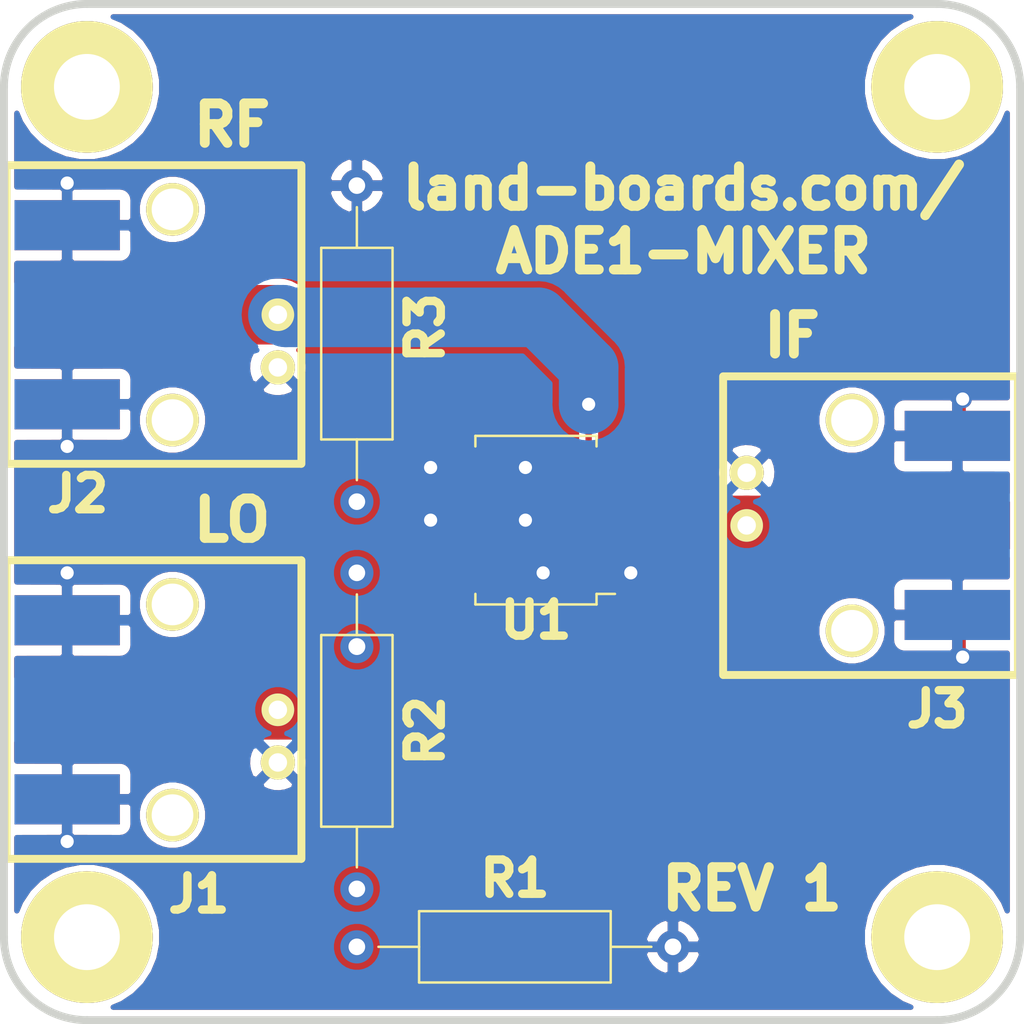
<source format=kicad_pcb>
(kicad_pcb (version 20171130) (host pcbnew "(5.1.5)-3")

  (general
    (thickness 1.6002)
    (drawings 13)
    (tracks 49)
    (zones 0)
    (modules 14)
    (nets 6)
  )

  (page A)
  (title_block
    (date "6 jul 2012")
  )

  (layers
    (0 Front signal)
    (31 Back power)
    (32 B.Adhes user hide)
    (33 F.Adhes user hide)
    (34 B.Paste user)
    (35 F.Paste user)
    (36 B.SilkS user)
    (37 F.SilkS user)
    (38 B.Mask user)
    (39 F.Mask user)
    (40 Dwgs.User user)
    (41 Cmts.User user)
    (42 Eco1.User user)
    (43 Eco2.User user)
    (44 Edge.Cuts user)
    (45 Margin user hide)
    (46 B.CrtYd user hide)
    (47 F.CrtYd user hide)
    (48 B.Fab user hide)
    (49 F.Fab user hide)
  )

  (setup
    (last_trace_width 0.2032)
    (user_trace_width 0.3048)
    (user_trace_width 2.8702)
    (trace_clearance 0.1524)
    (zone_clearance 0.3048)
    (zone_45_only no)
    (trace_min 0.2032)
    (via_size 0.889)
    (via_drill 0.635)
    (via_min_size 0.889)
    (via_min_drill 0.508)
    (uvia_size 0.508)
    (uvia_drill 0.127)
    (uvias_allowed no)
    (uvia_min_size 0.508)
    (uvia_min_drill 0.127)
    (edge_width 0.381)
    (segment_width 0.381)
    (pcb_text_width 0.3048)
    (pcb_text_size 1.524 2.032)
    (mod_edge_width 0.381)
    (mod_text_size 1.27 1.27)
    (mod_text_width 0.3048)
    (pad_size 1.524 1.524)
    (pad_drill 0.8128)
    (pad_to_mask_clearance 0.0508)
    (solder_mask_min_width 0.1016)
    (aux_axis_origin 0 0)
    (visible_elements 7FFFFF7F)
    (pcbplotparams
      (layerselection 0x010f0_ffffffff)
      (usegerberextensions true)
      (usegerberattributes false)
      (usegerberadvancedattributes false)
      (creategerberjobfile false)
      (excludeedgelayer true)
      (linewidth 0.150000)
      (plotframeref false)
      (viasonmask false)
      (mode 1)
      (useauxorigin false)
      (hpglpennumber 1)
      (hpglpenspeed 20)
      (hpglpendiameter 15.000000)
      (psnegative false)
      (psa4output false)
      (plotreference true)
      (plotvalue true)
      (plotinvisibletext false)
      (padsonsilk false)
      (subtractmaskfromsilk false)
      (outputformat 1)
      (mirror false)
      (drillshape 0)
      (scaleselection 1)
      (outputdirectory "plots/"))
  )

  (net 0 "")
  (net 1 GND)
  (net 2 "Net-(J2-Pad1)")
  (net 3 "Net-(J1-Pad1)")
  (net 4 "Net-(J3-Pad1)")
  (net 5 "Net-(R2-Pad1)")

  (net_class Default "This is the default net class."
    (clearance 0.1524)
    (trace_width 0.2032)
    (via_dia 0.889)
    (via_drill 0.635)
    (uvia_dia 0.508)
    (uvia_drill 0.127)
    (diff_pair_width 0.2032)
    (diff_pair_gap 0.25)
    (add_net GND)
    (add_net "Net-(J1-Pad1)")
    (add_net "Net-(J2-Pad1)")
    (add_net "Net-(J3-Pad1)")
    (add_net "Net-(R2-Pad1)")
  )

  (module Resistor_THT:R_Axial_DIN0309_L9.0mm_D3.2mm_P15.24mm_Horizontal (layer Front) (tedit 5AE5139B) (tstamp 6119A4D7)
    (at 17.018 24 90)
    (descr "Resistor, Axial_DIN0309 series, Axial, Horizontal, pin pitch=15.24mm, 0.5W = 1/2W, length*diameter=9*3.2mm^2, http://cdn-reichelt.de/documents/datenblatt/B400/1_4W%23YAG.pdf")
    (tags "Resistor Axial_DIN0309 series Axial Horizontal pin pitch 15.24mm 0.5W = 1/2W length 9mm diameter 3.2mm")
    (path /611A4F61)
    (fp_text reference R3 (at 8.382 3.302 90) (layer F.SilkS)
      (effects (font (size 1.651 1.651) (thickness 0.4064)))
    )
    (fp_text value DNP (at 7.62 2.72 90) (layer F.Fab)
      (effects (font (size 1 1) (thickness 0.15)))
    )
    (fp_text user %R (at 7.62 0 90) (layer F.Fab)
      (effects (font (size 1.651 1.651) (thickness 0.4064)))
    )
    (fp_line (start 16.29 -1.85) (end -1.05 -1.85) (layer F.CrtYd) (width 0.05))
    (fp_line (start 16.29 1.85) (end 16.29 -1.85) (layer F.CrtYd) (width 0.05))
    (fp_line (start -1.05 1.85) (end 16.29 1.85) (layer F.CrtYd) (width 0.05))
    (fp_line (start -1.05 -1.85) (end -1.05 1.85) (layer F.CrtYd) (width 0.05))
    (fp_line (start 14.2 0) (end 12.24 0) (layer F.SilkS) (width 0.12))
    (fp_line (start 1.04 0) (end 3 0) (layer F.SilkS) (width 0.12))
    (fp_line (start 12.24 -1.72) (end 3 -1.72) (layer F.SilkS) (width 0.12))
    (fp_line (start 12.24 1.72) (end 12.24 -1.72) (layer F.SilkS) (width 0.12))
    (fp_line (start 3 1.72) (end 12.24 1.72) (layer F.SilkS) (width 0.12))
    (fp_line (start 3 -1.72) (end 3 1.72) (layer F.SilkS) (width 0.12))
    (fp_line (start 15.24 0) (end 12.12 0) (layer F.Fab) (width 0.1))
    (fp_line (start 0 0) (end 3.12 0) (layer F.Fab) (width 0.1))
    (fp_line (start 12.12 -1.6) (end 3.12 -1.6) (layer F.Fab) (width 0.1))
    (fp_line (start 12.12 1.6) (end 12.12 -1.6) (layer F.Fab) (width 0.1))
    (fp_line (start 3.12 1.6) (end 12.12 1.6) (layer F.Fab) (width 0.1))
    (fp_line (start 3.12 -1.6) (end 3.12 1.6) (layer F.Fab) (width 0.1))
    (pad 2 thru_hole oval (at 15.24 0 90) (size 1.6 1.6) (drill 0.8) (layers *.Cu *.Mask)
      (net 1 GND))
    (pad 1 thru_hole circle (at 0 0 90) (size 1.6 1.6) (drill 0.8) (layers *.Cu *.Mask)
      (net 5 "Net-(R2-Pad1)"))
    (model ${KISYS3DMOD}/Resistor_THT.3dshapes/R_Axial_DIN0309_L9.0mm_D3.2mm_P15.24mm_Horizontal.wrl
      (at (xyz 0 0 0))
      (scale (xyz 1 1 1))
      (rotate (xyz 0 0 0))
    )
  )

  (module LandBoards_Conns:SMA_EDGE (layer Front) (tedit 516DB352) (tstamp 611943CF)
    (at 3.048 34.036)
    (path /6119FAE7)
    (fp_text reference J1 (at 6.35 8.89 180) (layer F.SilkS)
      (effects (font (size 1.651 1.651) (thickness 0.4064)))
    )
    (fp_text value Conn_Coaxial (at 4.826 0.254 90) (layer F.SilkS) hide
      (effects (font (size 1.524 1.524) (thickness 0.3048)))
    )
    (pad 2 smd rect (at 0 4.318) (size 5.08 2.413) (layers Back B.Paste B.Mask)
      (net 1 GND))
    (pad 2 smd rect (at 0 -4.318) (size 5.08 2.413) (layers Back B.Paste B.Mask)
      (net 1 GND))
    (pad 2 smd rect (at 0 4.318) (size 5.08 2.413) (layers Front F.Paste F.Mask)
      (net 1 GND))
    (pad 2 smd rect (at 0 -4.318) (size 5.08 2.413) (layers Front F.Paste F.Mask)
      (net 1 GND))
    (pad 1 smd rect (at 0 0) (size 5.08 2.286) (layers Front F.Paste F.Mask)
      (net 3 "Net-(J1-Pad1)"))
  )

  (module LandBoards_Conns:SMA_EDGE (layer Front) (tedit 516DB352) (tstamp 611943D8)
    (at 3.048 14.986)
    (path /61194DE1)
    (fp_text reference J2 (at 0.508 8.636 180) (layer F.SilkS)
      (effects (font (size 1.651 1.651) (thickness 0.4064)))
    )
    (fp_text value Conn_Coaxial (at 4.826 0.254 90) (layer F.SilkS) hide
      (effects (font (size 1.524 1.524) (thickness 0.3048)))
    )
    (pad 1 smd rect (at 0 0) (size 5.08 2.286) (layers Front F.Paste F.Mask)
      (net 2 "Net-(J2-Pad1)"))
    (pad 2 smd rect (at 0 -4.318) (size 5.08 2.413) (layers Front F.Paste F.Mask)
      (net 1 GND))
    (pad 2 smd rect (at 0 4.318) (size 5.08 2.413) (layers Front F.Paste F.Mask)
      (net 1 GND))
    (pad 2 smd rect (at 0 -4.318) (size 5.08 2.413) (layers Back B.Paste B.Mask)
      (net 1 GND))
    (pad 2 smd rect (at 0 4.318) (size 5.08 2.413) (layers Back B.Paste B.Mask)
      (net 1 GND))
  )

  (module LandBoards_Conns:SMA_EDGE (layer Front) (tedit 516DB352) (tstamp 611943E1)
    (at 45.974 25.146)
    (path /611A0A55)
    (fp_text reference J3 (at -0.974 8.854 180) (layer F.SilkS)
      (effects (font (size 1.651 1.651) (thickness 0.4064)))
    )
    (fp_text value Conn_Coaxial (at 4.826 0.254 90) (layer F.SilkS) hide
      (effects (font (size 1.524 1.524) (thickness 0.3048)))
    )
    (pad 1 smd rect (at 0 0) (size 5.08 2.286) (layers Front F.Paste F.Mask)
      (net 4 "Net-(J3-Pad1)"))
    (pad 2 smd rect (at 0 -4.318) (size 5.08 2.413) (layers Front F.Paste F.Mask)
      (net 1 GND))
    (pad 2 smd rect (at 0 4.318) (size 5.08 2.413) (layers Front F.Paste F.Mask)
      (net 1 GND))
    (pad 2 smd rect (at 0 -4.318) (size 5.08 2.413) (layers Back B.Paste B.Mask)
      (net 1 GND))
    (pad 2 smd rect (at 0 4.318) (size 5.08 2.413) (layers Back B.Paste B.Mask)
      (net 1 GND))
  )

  (module LandBoards_Conns:BNC-RT (layer Front) (tedit 5183D213) (tstamp 611943ED)
    (at 13.208 34.036 90)
    (path /61196983)
    (fp_text reference P1 (at -8.964 -0.208 180) (layer F.SilkS) hide
      (effects (font (size 1.651 1.651) (thickness 0.4064)))
    )
    (fp_text value BNC (at -0.14986 6.2992 90) (layer F.SilkS) hide
      (effects (font (size 1.524 1.524) (thickness 0.3048)))
    )
    (fp_line (start -7.1882 1.1176) (end -7.1882 -13.08354) (layer F.SilkS) (width 0.381))
    (fp_line (start -7.19328 -13.07846) (end 7.20598 -13.07846) (layer F.SilkS) (width 0.381))
    (fp_line (start 7.21106 -13.08354) (end 7.21106 1.1176) (layer F.SilkS) (width 0.381))
    (fp_line (start -7.1882 1.13538) (end 7.21106 1.13538) (layer F.SilkS) (width 0.381))
    (pad 1 thru_hole circle (at 0 0 90) (size 1.5748 1.5748) (drill 0.889) (layers *.Cu *.Mask F.SilkS)
      (net 3 "Net-(J1-Pad1)"))
    (pad 2 thru_hole circle (at -2.54 0 90) (size 1.651 1.651) (drill 0.889) (layers *.Cu *.Mask F.SilkS)
      (net 1 GND))
    (pad "" thru_hole circle (at -5.08 -5.08 90) (size 2.54 2.54) (drill 2.00914) (layers *.Cu *.Mask F.SilkS))
    (pad "" thru_hole circle (at 5.08 -5.08 90) (size 2.54 2.54) (drill 2.00914) (layers *.Cu *.Mask F.SilkS))
    (model C:/Users/HPz420/Documents/GitHub/land-boards/lb-boards/HamRadio/VFO-002/Backup/CAD-3D/BNC/31-5431-10RFX.stp
      (offset (xyz 0 -1.4986 0))
      (scale (xyz 1 1 1))
      (rotate (xyz -90 0 -90))
    )
  )

  (module LandBoards_Conns:BNC-RT (layer Front) (tedit 5183D213) (tstamp 611943F9)
    (at 13.208 14.986 90)
    (path /61194DEB)
    (fp_text reference P2 (at -9.014 -5.208 180) (layer F.SilkS) hide
      (effects (font (size 1.651 1.651) (thickness 0.4064)))
    )
    (fp_text value BNC (at -0.14986 6.2992 90) (layer F.SilkS) hide
      (effects (font (size 1.524 1.524) (thickness 0.3048)))
    )
    (fp_line (start -7.1882 1.13538) (end 7.21106 1.13538) (layer F.SilkS) (width 0.381))
    (fp_line (start 7.21106 -13.08354) (end 7.21106 1.1176) (layer F.SilkS) (width 0.381))
    (fp_line (start -7.19328 -13.07846) (end 7.20598 -13.07846) (layer F.SilkS) (width 0.381))
    (fp_line (start -7.1882 1.1176) (end -7.1882 -13.08354) (layer F.SilkS) (width 0.381))
    (pad "" thru_hole circle (at 5.08 -5.08 90) (size 2.54 2.54) (drill 2.00914) (layers *.Cu *.Mask F.SilkS))
    (pad "" thru_hole circle (at -5.08 -5.08 90) (size 2.54 2.54) (drill 2.00914) (layers *.Cu *.Mask F.SilkS))
    (pad 2 thru_hole circle (at -2.54 0 90) (size 1.651 1.651) (drill 0.889) (layers *.Cu *.Mask F.SilkS)
      (net 1 GND))
    (pad 1 thru_hole circle (at 0 0 90) (size 1.5748 1.5748) (drill 0.889) (layers *.Cu *.Mask F.SilkS)
      (net 2 "Net-(J2-Pad1)"))
    (model C:/Users/HPz420/Documents/GitHub/land-boards/lb-boards/HamRadio/VFO-002/Backup/CAD-3D/BNC/31-5431-10RFX.stp
      (offset (xyz 0 -1.4986 0))
      (scale (xyz 1 1 1))
      (rotate (xyz -90 0 -90))
    )
  )

  (module LandBoards_Conns:BNC-RT (layer Front) (tedit 5183D213) (tstamp 6119B368)
    (at 35.814 25.146 270)
    (path /6119227F)
    (fp_text reference P3 (at 3.854 2.814 90) (layer F.SilkS) hide
      (effects (font (size 1.651 1.651) (thickness 0.4064)))
    )
    (fp_text value BNC (at -0.14986 6.2992 90) (layer F.SilkS) hide
      (effects (font (size 1.524 1.524) (thickness 0.3048)))
    )
    (fp_line (start -7.1882 1.1176) (end -7.1882 -13.08354) (layer F.SilkS) (width 0.381))
    (fp_line (start -7.19328 -13.07846) (end 7.20598 -13.07846) (layer F.SilkS) (width 0.381))
    (fp_line (start 7.21106 -13.08354) (end 7.21106 1.1176) (layer F.SilkS) (width 0.381))
    (fp_line (start -7.1882 1.13538) (end 7.21106 1.13538) (layer F.SilkS) (width 0.381))
    (pad 1 thru_hole circle (at 0 0 270) (size 1.5748 1.5748) (drill 0.889) (layers *.Cu *.Mask F.SilkS)
      (net 4 "Net-(J3-Pad1)"))
    (pad 2 thru_hole circle (at -2.54 0 270) (size 1.651 1.651) (drill 0.889) (layers *.Cu *.Mask F.SilkS)
      (net 1 GND))
    (pad "" thru_hole circle (at -5.08 -5.08 270) (size 2.54 2.54) (drill 2.00914) (layers *.Cu *.Mask F.SilkS))
    (pad "" thru_hole circle (at 5.08 -5.08 270) (size 2.54 2.54) (drill 2.00914) (layers *.Cu *.Mask F.SilkS))
    (model C:/Users/HPz420/Documents/GitHub/land-boards/lb-boards/HamRadio/VFO-002/Backup/CAD-3D/BNC/31-5431-10RFX.stp
      (offset (xyz 0 -1.4986 0))
      (scale (xyz 1 1 1))
      (rotate (xyz -90 0 -90))
    )
  )

  (module Mini-Circuits:Mini-Circuits_CD636_H4.11mm (layer Front) (tedit 5A365E23) (tstamp 6119A124)
    (at 25.654 24.892 180)
    (descr https://ww2.minicircuits.com/case_style/CD636.pdf)
    (tags "RF Transformer")
    (path /61197632)
    (attr smd)
    (fp_text reference U1 (at 0 -4.826) (layer F.SilkS)
      (effects (font (size 1.651 1.651) (thickness 0.4064)))
    )
    (fp_text value ADE-1 (at 0 5.08) (layer F.Fab)
      (effects (font (size 1 1) (thickness 0.15)))
    )
    (fp_line (start 2.794 -3.937) (end 2.794 3.937) (layer F.Fab) (width 0.1))
    (fp_line (start 2.794 3.937) (end -2.794 3.937) (layer F.Fab) (width 0.1))
    (fp_line (start -2.794 3.937) (end -2.794 -2.937) (layer F.Fab) (width 0.1))
    (fp_line (start -1.794 -3.937) (end 2.794 -3.937) (layer F.Fab) (width 0.1))
    (fp_line (start -1.794 -3.937) (end -2.794 -2.937) (layer F.Fab) (width 0.1))
    (fp_line (start 2.921 -3.556) (end 2.921 -4.064) (layer F.SilkS) (width 0.12))
    (fp_line (start 2.921 -4.064) (end -2.921 -4.064) (layer F.SilkS) (width 0.12))
    (fp_line (start -2.921 -4.064) (end -2.921 -3.556) (layer F.SilkS) (width 0.12))
    (fp_line (start -2.921 -3.556) (end -3.81 -3.556) (layer F.SilkS) (width 0.12))
    (fp_line (start -2.921 3.556) (end -2.921 4.064) (layer F.SilkS) (width 0.12))
    (fp_line (start -2.921 4.064) (end 2.921 4.064) (layer F.SilkS) (width 0.12))
    (fp_line (start 2.921 4.064) (end 2.921 3.556) (layer F.SilkS) (width 0.12))
    (fp_text user %R (at 0 0 90) (layer F.Fab)
      (effects (font (size 1.651 1.651) (thickness 0.4064)))
    )
    (fp_line (start -4.06 4.32) (end -4.06 -4.32) (layer F.CrtYd) (width 0.05))
    (fp_line (start 4.06 4.32) (end 4.06 -4.32) (layer F.CrtYd) (width 0.05))
    (fp_line (start 4.06 4.32) (end -4.06 4.32) (layer F.CrtYd) (width 0.05))
    (fp_line (start 4.06 -4.32) (end -4.06 -4.32) (layer F.CrtYd) (width 0.05))
    (pad 1 smd rect (at -2.54 -2.54 180) (size 2.54 1.65) (layers Front F.Paste F.Mask)
      (net 1 GND))
    (pad 2 smd rect (at -2.54 0 180) (size 2.54 1.65) (layers Front F.Paste F.Mask)
      (net 4 "Net-(J3-Pad1)"))
    (pad 3 smd rect (at -2.54 2.54 180) (size 2.54 1.65) (layers Front F.Paste F.Mask)
      (net 2 "Net-(J2-Pad1)"))
    (pad 4 smd rect (at 2.54 2.54 180) (size 2.54 1.65) (layers Front F.Paste F.Mask)
      (net 1 GND))
    (pad 5 smd rect (at 2.54 0 180) (size 2.54 1.65) (layers Front F.Paste F.Mask)
      (net 1 GND))
    (pad 6 smd rect (at 2.54 -2.54 180) (size 2.54 1.65) (layers Front F.Paste F.Mask)
      (net 5 "Net-(R2-Pad1)"))
    (model ${KISYS3DMOD}/RF_Mini-Circuits.3dshapes/Mini-Circuits_CD636_H4.11mm.wrl
      (at (xyz 0 0 0))
      (scale (xyz 1 1 1))
      (rotate (xyz 0 0 0))
    )
  )

  (module Resistor_THT:R_Axial_DIN0309_L9.0mm_D3.2mm_P15.24mm_Horizontal (layer Front) (tedit 5AE5139B) (tstamp 6119A4AB)
    (at 17.018 45.466)
    (descr "Resistor, Axial_DIN0309 series, Axial, Horizontal, pin pitch=15.24mm, 0.5W = 1/2W, length*diameter=9*3.2mm^2, http://cdn-reichelt.de/documents/datenblatt/B400/1_4W%23YAG.pdf")
    (tags "Resistor Axial_DIN0309 series Axial Horizontal pin pitch 15.24mm 0.5W = 1/2W length 9mm diameter 3.2mm")
    (path /611A4524)
    (fp_text reference R1 (at 7.62 -3.302) (layer F.SilkS)
      (effects (font (size 1.651 1.651) (thickness 0.4064)))
    )
    (fp_text value DNP (at 7.62 2.72) (layer F.Fab)
      (effects (font (size 1 1) (thickness 0.15)))
    )
    (fp_line (start 3.12 -1.6) (end 3.12 1.6) (layer F.Fab) (width 0.1))
    (fp_line (start 3.12 1.6) (end 12.12 1.6) (layer F.Fab) (width 0.1))
    (fp_line (start 12.12 1.6) (end 12.12 -1.6) (layer F.Fab) (width 0.1))
    (fp_line (start 12.12 -1.6) (end 3.12 -1.6) (layer F.Fab) (width 0.1))
    (fp_line (start 0 0) (end 3.12 0) (layer F.Fab) (width 0.1))
    (fp_line (start 15.24 0) (end 12.12 0) (layer F.Fab) (width 0.1))
    (fp_line (start 3 -1.72) (end 3 1.72) (layer F.SilkS) (width 0.12))
    (fp_line (start 3 1.72) (end 12.24 1.72) (layer F.SilkS) (width 0.12))
    (fp_line (start 12.24 1.72) (end 12.24 -1.72) (layer F.SilkS) (width 0.12))
    (fp_line (start 12.24 -1.72) (end 3 -1.72) (layer F.SilkS) (width 0.12))
    (fp_line (start 1.04 0) (end 3 0) (layer F.SilkS) (width 0.12))
    (fp_line (start 14.2 0) (end 12.24 0) (layer F.SilkS) (width 0.12))
    (fp_line (start -1.05 -1.85) (end -1.05 1.85) (layer F.CrtYd) (width 0.05))
    (fp_line (start -1.05 1.85) (end 16.29 1.85) (layer F.CrtYd) (width 0.05))
    (fp_line (start 16.29 1.85) (end 16.29 -1.85) (layer F.CrtYd) (width 0.05))
    (fp_line (start 16.29 -1.85) (end -1.05 -1.85) (layer F.CrtYd) (width 0.05))
    (fp_text user %R (at 7.62 0) (layer F.Fab)
      (effects (font (size 1.651 1.651) (thickness 0.4064)))
    )
    (pad 1 thru_hole circle (at 0 0) (size 1.6 1.6) (drill 0.8) (layers *.Cu *.Mask)
      (net 3 "Net-(J1-Pad1)"))
    (pad 2 thru_hole oval (at 15.24 0) (size 1.6 1.6) (drill 0.8) (layers *.Cu *.Mask)
      (net 1 GND))
    (model ${KISYS3DMOD}/Resistor_THT.3dshapes/R_Axial_DIN0309_L9.0mm_D3.2mm_P15.24mm_Horizontal.wrl
      (at (xyz 0 0 0))
      (scale (xyz 1 1 1))
      (rotate (xyz 0 0 0))
    )
  )

  (module Resistor_THT:R_Axial_DIN0309_L9.0mm_D3.2mm_P15.24mm_Horizontal (layer Front) (tedit 5AE5139B) (tstamp 6119A4C1)
    (at 17.018 27.432 270)
    (descr "Resistor, Axial_DIN0309 series, Axial, Horizontal, pin pitch=15.24mm, 0.5W = 1/2W, length*diameter=9*3.2mm^2, http://cdn-reichelt.de/documents/datenblatt/B400/1_4W%23YAG.pdf")
    (tags "Resistor Axial_DIN0309 series Axial Horizontal pin pitch 15.24mm 0.5W = 1/2W length 9mm diameter 3.2mm")
    (path /611A5A13)
    (fp_text reference R2 (at 7.62 -3.302 90) (layer F.SilkS)
      (effects (font (size 1.651 1.651) (thickness 0.4064)))
    )
    (fp_text value 0 (at 7.62 2.72 90) (layer F.Fab)
      (effects (font (size 1 1) (thickness 0.15)))
    )
    (fp_line (start 3.12 -1.6) (end 3.12 1.6) (layer F.Fab) (width 0.1))
    (fp_line (start 3.12 1.6) (end 12.12 1.6) (layer F.Fab) (width 0.1))
    (fp_line (start 12.12 1.6) (end 12.12 -1.6) (layer F.Fab) (width 0.1))
    (fp_line (start 12.12 -1.6) (end 3.12 -1.6) (layer F.Fab) (width 0.1))
    (fp_line (start 0 0) (end 3.12 0) (layer F.Fab) (width 0.1))
    (fp_line (start 15.24 0) (end 12.12 0) (layer F.Fab) (width 0.1))
    (fp_line (start 3 -1.72) (end 3 1.72) (layer F.SilkS) (width 0.12))
    (fp_line (start 3 1.72) (end 12.24 1.72) (layer F.SilkS) (width 0.12))
    (fp_line (start 12.24 1.72) (end 12.24 -1.72) (layer F.SilkS) (width 0.12))
    (fp_line (start 12.24 -1.72) (end 3 -1.72) (layer F.SilkS) (width 0.12))
    (fp_line (start 1.04 0) (end 3 0) (layer F.SilkS) (width 0.12))
    (fp_line (start 14.2 0) (end 12.24 0) (layer F.SilkS) (width 0.12))
    (fp_line (start -1.05 -1.85) (end -1.05 1.85) (layer F.CrtYd) (width 0.05))
    (fp_line (start -1.05 1.85) (end 16.29 1.85) (layer F.CrtYd) (width 0.05))
    (fp_line (start 16.29 1.85) (end 16.29 -1.85) (layer F.CrtYd) (width 0.05))
    (fp_line (start 16.29 -1.85) (end -1.05 -1.85) (layer F.CrtYd) (width 0.05))
    (fp_text user %R (at 7.62 0 90) (layer F.Fab)
      (effects (font (size 1.651 1.651) (thickness 0.4064)))
    )
    (pad 1 thru_hole circle (at 0 0 270) (size 1.6 1.6) (drill 0.8) (layers *.Cu *.Mask)
      (net 5 "Net-(R2-Pad1)"))
    (pad 2 thru_hole oval (at 15.24 0 270) (size 1.6 1.6) (drill 0.8) (layers *.Cu *.Mask)
      (net 3 "Net-(J1-Pad1)"))
    (model ${KISYS3DMOD}/Resistor_THT.3dshapes/R_Axial_DIN0309_L9.0mm_D3.2mm_P15.24mm_Horizontal.wrl
      (at (xyz 0 0 0))
      (scale (xyz 1 1 1))
      (rotate (xyz 0 0 0))
    )
  )

  (module LandBoards_MountHoles:MTG-4-40 locked (layer Front) (tedit 5CF905B3) (tstamp 6119BBC3)
    (at 4 4)
    (path /611BB808)
    (fp_text reference MTG1 (at -6.858 -0.635) (layer F.SilkS) hide
      (effects (font (size 1.651 1.651) (thickness 0.4064)))
    )
    (fp_text value MTG_HOLE (at 0 -5.08) (layer F.SilkS) hide
      (effects (font (size 1.524 1.524) (thickness 0.3048)))
    )
    (fp_circle (center 0 0) (end 3.352745 0) (layer F.CrtYd) (width 0.05))
    (pad 1 thru_hole circle (at 0 0) (size 6.35 6.35) (drill 3.175) (layers *.Cu *.Mask F.SilkS))
  )

  (module LandBoards_MountHoles:MTG-4-40 locked (layer Front) (tedit 5CF905B3) (tstamp 6119BBC9)
    (at 45 4)
    (path /611BB812)
    (fp_text reference MTG2 (at -6.858 -0.635) (layer F.SilkS) hide
      (effects (font (size 1.651 1.651) (thickness 0.4064)))
    )
    (fp_text value MTG_HOLE (at 0 -5.08) (layer F.SilkS) hide
      (effects (font (size 1.524 1.524) (thickness 0.3048)))
    )
    (fp_circle (center 0 0) (end 3.352745 0) (layer F.CrtYd) (width 0.05))
    (pad 1 thru_hole circle (at 0 0) (size 6.35 6.35) (drill 3.175) (layers *.Cu *.Mask F.SilkS))
  )

  (module LandBoards_MountHoles:MTG-4-40 locked (layer Front) (tedit 5CF905B3) (tstamp 6119BBCF)
    (at 4 45)
    (path /611B9EBF)
    (fp_text reference MTG3 (at -6.858 -0.635) (layer F.SilkS) hide
      (effects (font (size 1.651 1.651) (thickness 0.4064)))
    )
    (fp_text value MTG_HOLE (at 0 -5.08) (layer F.SilkS) hide
      (effects (font (size 1.524 1.524) (thickness 0.3048)))
    )
    (fp_circle (center 0 0) (end 3.352745 0) (layer F.CrtYd) (width 0.05))
    (pad 1 thru_hole circle (at 0 0) (size 6.35 6.35) (drill 3.175) (layers *.Cu *.Mask F.SilkS))
  )

  (module LandBoards_MountHoles:MTG-4-40 locked (layer Front) (tedit 5CF905B3) (tstamp 6119BBD5)
    (at 45 45)
    (path /611B9A0E)
    (fp_text reference MTG?1 (at -6.858 -0.635) (layer F.SilkS) hide
      (effects (font (size 1.651 1.651) (thickness 0.4064)))
    )
    (fp_text value MTG_HOLE (at 0 -5.08) (layer F.SilkS) hide
      (effects (font (size 1.524 1.524) (thickness 0.3048)))
    )
    (fp_circle (center 0 0) (end 3.352745 0) (layer F.CrtYd) (width 0.05))
    (pad 1 thru_hole circle (at 0 0) (size 6.35 6.35) (drill 3.175) (layers *.Cu *.Mask F.SilkS))
  )

  (gr_text "REV 1" (at 36.068 42.672) (layer F.SilkS) (tstamp 6119C2DC)
    (effects (font (size 1.905 1.905) (thickness 0.47625)))
  )
  (gr_arc (start 4 45) (end 0 45) (angle -90) (layer Edge.Cuts) (width 0.381))
  (gr_arc (start 45 45) (end 45 49) (angle -90) (layer Edge.Cuts) (width 0.381))
  (gr_arc (start 45 4) (end 49 4) (angle -90) (layer Edge.Cuts) (width 0.381))
  (gr_arc (start 4 4) (end 4 0) (angle -90) (layer Edge.Cuts) (width 0.381))
  (gr_line (start 0 45) (end 0 4) (layer Edge.Cuts) (width 0.381))
  (gr_line (start 45 49) (end 4 49) (layer Edge.Cuts) (width 0.381))
  (gr_line (start 49 4) (end 49 45) (layer Edge.Cuts) (width 0.381))
  (gr_line (start 4 0) (end 45 0) (layer Edge.Cuts) (width 0.381))
  (gr_text IF (at 38 16.002) (layer F.SilkS) (tstamp 6119A350)
    (effects (font (size 1.905 1.905) (thickness 0.47625)))
  )
  (gr_text LO (at 11 24.892) (layer F.SilkS) (tstamp 6119A34D)
    (effects (font (size 1.905 1.905) (thickness 0.47625)))
  )
  (gr_text RF (at 11 5.842) (layer F.SilkS)
    (effects (font (size 1.905 1.905) (thickness 0.47625)))
  )
  (gr_text "land-boards.com/\nADE1-MIXER" (at 32.766 10.414) (layer F.SilkS)
    (effects (font (size 1.905 1.905) (thickness 0.47625)))
  )

  (segment (start 23.114 24.892) (end 20.574 24.892) (width 0.3048) (layer Front) (net 1) (status 10))
  (via (at 20.574 24.892) (size 0.889) (drill 0.635) (layers Front Back) (net 1))
  (via (at 20.574 22.352) (size 0.889) (drill 0.635) (layers Front Back) (net 1))
  (segment (start 23.114 22.352) (end 20.574 22.352) (width 0.3048) (layer Front) (net 1) (status 10))
  (via (at 30.226 27.432) (size 0.889) (drill 0.635) (layers Front Back) (net 1))
  (via (at 3.048 27.432) (size 0.889) (drill 0.635) (layers Front Back) (net 1))
  (segment (start 3.048 29.718) (end 3.048 27.432) (width 0.3048) (layer Front) (net 1) (status 10))
  (via (at 3.048 40.386) (size 0.889) (drill 0.635) (layers Front Back) (net 1))
  (segment (start 3.048 38.354) (end 3.048 40.386) (width 0.3048) (layer Front) (net 1) (status 10))
  (via (at 3.048 8.636) (size 0.889) (drill 0.635) (layers Front Back) (net 1))
  (segment (start 3.048 10.668) (end 3.048 8.636) (width 0.3048) (layer Front) (net 1) (status 10))
  (via (at 3.048 21.336) (size 0.889) (drill 0.635) (layers Front Back) (net 1))
  (segment (start 3.048 19.304) (end 3.048 21.336) (width 0.3048) (layer Front) (net 1) (status 10))
  (via (at 25.146 22.352) (size 0.889) (drill 0.635) (layers Front Back) (net 1))
  (segment (start 23.114 22.352) (end 25.146 22.352) (width 0.3048) (layer Front) (net 1) (status 10))
  (via (at 25.146 24.892) (size 0.889) (drill 0.635) (layers Front Back) (net 1))
  (segment (start 23.114 24.892) (end 25.146 24.892) (width 0.3048) (layer Front) (net 1) (status 10))
  (via (at 26 27.432) (size 0.889) (drill 0.635) (layers Front Back) (net 1))
  (segment (start 28.194 27.432) (end 26.416 27.432) (width 0.3048) (layer Front) (net 1) (status 10))
  (via (at 46.228 19.05) (size 0.889) (drill 0.635) (layers Front Back) (net 1))
  (segment (start 46.228 21.082) (end 46.228 19.05) (width 0.3048) (layer Front) (net 1) (status 10))
  (via (at 46.228 31.496) (size 0.889) (drill 0.635) (layers Front Back) (net 1))
  (segment (start 46.228 29.718) (end 46.228 31.496) (width 0.3048) (layer Front) (net 1) (status 10))
  (segment (start 28.194 27.432) (end 30.226 27.432) (width 0.3048) (layer Front) (net 1))
  (segment (start 3.048 14.986) (end 13.208 14.986) (width 2.8702) (layer Front) (net 2) (status 30))
  (segment (start 13.588999 15.112999) (end 25.780999 15.112999) (width 2.8702) (layer Back) (net 2))
  (segment (start 13.208 14.986) (end 13.462 14.986) (width 2.8702) (layer Back) (net 2))
  (segment (start 13.462 14.986) (end 13.588999 15.112999) (width 2.8702) (layer Back) (net 2))
  (segment (start 25.780999 15.112999) (end 28.194 17.526) (width 2.8702) (layer Back) (net 2))
  (segment (start 28.194 17.526) (end 28.194 19.304) (width 2.8702) (layer Back) (net 2))
  (segment (start 28.194 19.304) (end 28.194 19.304) (width 2.8702) (layer Back) (net 2) (tstamp 6119C144))
  (via (at 28.194 19.304) (size 0.889) (drill 0.635) (layers Front Back) (net 2))
  (segment (start 28.194 21.2222) (end 28.194 19.304) (width 0.3048) (layer Front) (net 2))
  (segment (start 28.194 22.352) (end 28.194 21.2222) (width 0.3048) (layer Front) (net 2))
  (segment (start 3.048 34.036) (end 13.208 34.036) (width 2.8702) (layer Front) (net 3) (status 30))
  (segment (start 13.208 34.036) (end 16.256 34.036) (width 2.8702) (layer Front) (net 3) (status 10))
  (segment (start 16.256 34.036) (end 17.018 34.798) (width 2.8702) (layer Front) (net 3))
  (segment (start 17.018 42.672) (end 17.018 45.466) (width 2.8702) (layer Front) (net 3) (status 30))
  (segment (start 17.018 34.798) (end 17.018 42.672) (width 2.8702) (layer Front) (net 3) (tstamp 6119ACF3) (status 20))
  (segment (start 17.018 34.798) (end 17.018 30.988) (width 2.8702) (layer Front) (net 3))
  (via (at 17.018 30.988) (size 1.6002) (drill 0.8128) (layers Front Back) (net 3))
  (segment (start 35.814 25.146) (end 32.258 25.146) (width 2.8702) (layer Front) (net 4) (status 10))
  (segment (start 32.004 24.892) (end 32.258 25.146) (width 0.3048) (layer Front) (net 4))
  (segment (start 28.194 24.892) (end 32.004 24.892) (width 0.3048) (layer Front) (net 4) (status 10))
  (segment (start 35.814 25.146) (end 45.974 25.146) (width 2.8702) (layer Front) (net 4) (status 30))
  (segment (start 17.018 27.432) (end 19.812 27.432) (width 2.8702) (layer Front) (net 5) (status 10))
  (segment (start 21.5392 27.432) (end 19.812 27.432) (width 0.3048) (layer Front) (net 5))
  (segment (start 23.114 27.432) (end 21.5392 27.432) (width 0.3048) (layer Front) (net 5) (status 10))
  (segment (start 17.018 24) (end 17.018 27.432) (width 2.8702) (layer Front) (net 5))

  (zone (net 1) (net_name GND) (layer Back) (tstamp 0) (hatch edge 0.508)
    (connect_pads (clearance 0.3048))
    (min_thickness 0.254)
    (fill yes (arc_segments 32) (thermal_gap 0.508) (thermal_bridge_width 0.508))
    (polygon
      (pts
        (xy 49.022 4.064) (xy 49.022 45.212) (xy 48.006 47.752) (xy 45.212 49.022) (xy 4.064 49.022)
        (xy 1.27 48.006) (xy 0 45.212) (xy 0 3.556) (xy 1.27 1.016) (xy 4.318 0)
        (xy 45.212 0) (xy 48.26 1.524)
      )
    )
    (filled_polygon
      (pts
        (xy 43.291539 0.803695) (xy 42.700799 1.198415) (xy 42.198415 1.700799) (xy 41.803695 2.291539) (xy 41.531807 2.947935)
        (xy 41.3932 3.644761) (xy 41.3932 4.355239) (xy 41.531807 5.052065) (xy 41.803695 5.708461) (xy 42.198415 6.299201)
        (xy 42.700799 6.801585) (xy 43.291539 7.196305) (xy 43.947935 7.468193) (xy 44.644761 7.6068) (xy 45.355239 7.6068)
        (xy 46.052065 7.468193) (xy 46.708461 7.196305) (xy 47.299201 6.801585) (xy 47.801585 6.299201) (xy 48.196305 5.708461)
        (xy 48.3777 5.270535) (xy 48.3777 18.983614) (xy 46.25975 18.9865) (xy 46.101 19.14525) (xy 46.101 20.701)
        (xy 46.121 20.701) (xy 46.121 20.955) (xy 46.101 20.955) (xy 46.101 22.51075) (xy 46.25975 22.6695)
        (xy 48.3777 22.672386) (xy 48.377701 27.619614) (xy 46.25975 27.6225) (xy 46.101 27.78125) (xy 46.101 29.337)
        (xy 46.121 29.337) (xy 46.121 29.591) (xy 46.101 29.591) (xy 46.101 31.14675) (xy 46.25975 31.3055)
        (xy 48.377701 31.308386) (xy 48.377701 43.729468) (xy 48.196305 43.291539) (xy 47.801585 42.700799) (xy 47.299201 42.198415)
        (xy 46.708461 41.803695) (xy 46.052065 41.531807) (xy 45.355239 41.3932) (xy 44.644761 41.3932) (xy 43.947935 41.531807)
        (xy 43.291539 41.803695) (xy 42.700799 42.198415) (xy 42.198415 42.700799) (xy 41.803695 43.291539) (xy 41.531807 43.947935)
        (xy 41.3932 44.644761) (xy 41.3932 45.355239) (xy 41.531807 46.052065) (xy 41.803695 46.708461) (xy 42.198415 47.299201)
        (xy 42.700799 47.801585) (xy 43.291539 48.196305) (xy 43.729465 48.3777) (xy 5.270535 48.3777) (xy 5.708461 48.196305)
        (xy 6.299201 47.801585) (xy 6.801585 47.299201) (xy 7.196305 46.708461) (xy 7.468193 46.052065) (xy 7.6068 45.355239)
        (xy 7.6068 45.344678) (xy 15.7862 45.344678) (xy 15.7862 45.587322) (xy 15.833538 45.825303) (xy 15.926393 46.049476)
        (xy 16.061199 46.251227) (xy 16.232773 46.422801) (xy 16.434524 46.557607) (xy 16.658697 46.650462) (xy 16.896678 46.6978)
        (xy 17.139322 46.6978) (xy 17.377303 46.650462) (xy 17.601476 46.557607) (xy 17.803227 46.422801) (xy 17.974801 46.251227)
        (xy 18.109607 46.049476) (xy 18.202462 45.825303) (xy 18.204503 45.815039) (xy 30.866096 45.815039) (xy 30.906754 45.949087)
        (xy 31.026963 46.20342) (xy 31.194481 46.429414) (xy 31.402869 46.618385) (xy 31.644119 46.76307) (xy 31.90896 46.857909)
        (xy 32.131 46.736624) (xy 32.131 45.593) (xy 32.385 45.593) (xy 32.385 46.736624) (xy 32.60704 46.857909)
        (xy 32.871881 46.76307) (xy 33.113131 46.618385) (xy 33.321519 46.429414) (xy 33.489037 46.20342) (xy 33.609246 45.949087)
        (xy 33.649904 45.815039) (xy 33.527915 45.593) (xy 32.385 45.593) (xy 32.131 45.593) (xy 30.988085 45.593)
        (xy 30.866096 45.815039) (xy 18.204503 45.815039) (xy 18.2498 45.587322) (xy 18.2498 45.344678) (xy 18.204504 45.116961)
        (xy 30.866096 45.116961) (xy 30.988085 45.339) (xy 32.131 45.339) (xy 32.131 44.195376) (xy 32.385 44.195376)
        (xy 32.385 45.339) (xy 33.527915 45.339) (xy 33.649904 45.116961) (xy 33.609246 44.982913) (xy 33.489037 44.72858)
        (xy 33.321519 44.502586) (xy 33.113131 44.313615) (xy 32.871881 44.16893) (xy 32.60704 44.074091) (xy 32.385 44.195376)
        (xy 32.131 44.195376) (xy 31.90896 44.074091) (xy 31.644119 44.16893) (xy 31.402869 44.313615) (xy 31.194481 44.502586)
        (xy 31.026963 44.72858) (xy 30.906754 44.982913) (xy 30.866096 45.116961) (xy 18.204504 45.116961) (xy 18.202462 45.106697)
        (xy 18.109607 44.882524) (xy 17.974801 44.680773) (xy 17.803227 44.509199) (xy 17.601476 44.374393) (xy 17.377303 44.281538)
        (xy 17.139322 44.2342) (xy 16.896678 44.2342) (xy 16.658697 44.281538) (xy 16.434524 44.374393) (xy 16.232773 44.509199)
        (xy 16.061199 44.680773) (xy 15.926393 44.882524) (xy 15.833538 45.106697) (xy 15.7862 45.344678) (xy 7.6068 45.344678)
        (xy 7.6068 44.644761) (xy 7.468193 43.947935) (xy 7.196305 43.291539) (xy 6.801585 42.700799) (xy 6.651464 42.550678)
        (xy 15.7862 42.550678) (xy 15.7862 42.793322) (xy 15.833538 43.031303) (xy 15.926393 43.255476) (xy 16.061199 43.457227)
        (xy 16.232773 43.628801) (xy 16.434524 43.763607) (xy 16.658697 43.856462) (xy 16.896678 43.9038) (xy 17.139322 43.9038)
        (xy 17.377303 43.856462) (xy 17.601476 43.763607) (xy 17.803227 43.628801) (xy 17.974801 43.457227) (xy 18.109607 43.255476)
        (xy 18.202462 43.031303) (xy 18.2498 42.793322) (xy 18.2498 42.550678) (xy 18.202462 42.312697) (xy 18.109607 42.088524)
        (xy 17.974801 41.886773) (xy 17.803227 41.715199) (xy 17.601476 41.580393) (xy 17.377303 41.487538) (xy 17.139322 41.4402)
        (xy 16.896678 41.4402) (xy 16.658697 41.487538) (xy 16.434524 41.580393) (xy 16.232773 41.715199) (xy 16.061199 41.886773)
        (xy 15.926393 42.088524) (xy 15.833538 42.312697) (xy 15.7862 42.550678) (xy 6.651464 42.550678) (xy 6.299201 42.198415)
        (xy 5.708461 41.803695) (xy 5.052065 41.531807) (xy 4.355239 41.3932) (xy 3.644761 41.3932) (xy 2.947935 41.531807)
        (xy 2.291539 41.803695) (xy 1.700799 42.198415) (xy 1.198415 42.700799) (xy 0.803695 43.291539) (xy 0.6223 43.729465)
        (xy 0.6223 40.198416) (xy 2.76225 40.1955) (xy 2.921 40.03675) (xy 2.921 38.481) (xy 3.175 38.481)
        (xy 3.175 40.03675) (xy 3.33375 40.1955) (xy 5.588 40.198572) (xy 5.712482 40.186312) (xy 5.83218 40.150002)
        (xy 5.942494 40.091037) (xy 6.039185 40.011685) (xy 6.118537 39.914994) (xy 6.177502 39.80468) (xy 6.213812 39.684982)
        (xy 6.226072 39.5605) (xy 6.22403 38.948387) (xy 6.4262 38.948387) (xy 6.4262 39.283613) (xy 6.491599 39.612397)
        (xy 6.619885 39.922104) (xy 6.806126 40.200834) (xy 7.043166 40.437874) (xy 7.321896 40.624115) (xy 7.631603 40.752401)
        (xy 7.960387 40.8178) (xy 8.295613 40.8178) (xy 8.624397 40.752401) (xy 8.934104 40.624115) (xy 9.212834 40.437874)
        (xy 9.449874 40.200834) (xy 9.636115 39.922104) (xy 9.764401 39.612397) (xy 9.8298 39.283613) (xy 9.8298 38.948387)
        (xy 9.764401 38.619603) (xy 9.636115 38.309896) (xy 9.449874 38.031166) (xy 9.212834 37.794126) (xy 8.934104 37.607885)
        (xy 8.883464 37.586909) (xy 12.376696 37.586909) (xy 12.451367 37.833481) (xy 12.711228 37.956931) (xy 12.99018 38.027313)
        (xy 13.277502 38.041921) (xy 13.562154 38.000194) (xy 13.833196 37.903737) (xy 13.964633 37.833481) (xy 14.039304 37.586909)
        (xy 13.208 36.755605) (xy 12.376696 37.586909) (xy 8.883464 37.586909) (xy 8.624397 37.479599) (xy 8.295613 37.4142)
        (xy 7.960387 37.4142) (xy 7.631603 37.479599) (xy 7.321896 37.607885) (xy 7.043166 37.794126) (xy 6.806126 38.031166)
        (xy 6.619885 38.309896) (xy 6.491599 38.619603) (xy 6.4262 38.948387) (xy 6.22403 38.948387) (xy 6.223 38.63975)
        (xy 6.06425 38.481) (xy 3.175 38.481) (xy 2.921 38.481) (xy 2.901 38.481) (xy 2.901 38.227)
        (xy 2.921 38.227) (xy 2.921 36.67125) (xy 3.175 36.67125) (xy 3.175 38.227) (xy 6.06425 38.227)
        (xy 6.223 38.06825) (xy 6.226072 37.1475) (xy 6.213812 37.023018) (xy 6.177502 36.90332) (xy 6.118537 36.793006)
        (xy 6.039185 36.696315) (xy 5.977269 36.645502) (xy 11.742079 36.645502) (xy 11.783806 36.930154) (xy 11.880263 37.201196)
        (xy 11.950519 37.332633) (xy 12.197091 37.407304) (xy 13.028395 36.576) (xy 13.387605 36.576) (xy 14.218909 37.407304)
        (xy 14.465481 37.332633) (xy 14.588931 37.072772) (xy 14.659313 36.79382) (xy 14.673921 36.506498) (xy 14.632194 36.221846)
        (xy 14.535737 35.950804) (xy 14.465481 35.819367) (xy 14.218909 35.744696) (xy 13.387605 36.576) (xy 13.028395 36.576)
        (xy 12.197091 35.744696) (xy 11.950519 35.819367) (xy 11.827069 36.079228) (xy 11.756687 36.35818) (xy 11.742079 36.645502)
        (xy 5.977269 36.645502) (xy 5.942494 36.616963) (xy 5.83218 36.557998) (xy 5.712482 36.521688) (xy 5.588 36.509428)
        (xy 3.33375 36.5125) (xy 3.175 36.67125) (xy 2.921 36.67125) (xy 2.76225 36.5125) (xy 0.6223 36.509584)
        (xy 0.6223 33.915919) (xy 11.9888 33.915919) (xy 11.9888 34.156081) (xy 12.035653 34.391627) (xy 12.127559 34.613508)
        (xy 12.260986 34.813195) (xy 12.430805 34.983014) (xy 12.630492 35.116441) (xy 12.779632 35.178217) (xy 12.582804 35.248263)
        (xy 12.451367 35.318519) (xy 12.376696 35.565091) (xy 13.208 36.396395) (xy 14.039304 35.565091) (xy 13.964633 35.318519)
        (xy 13.704772 35.195069) (xy 13.636978 35.177964) (xy 13.785508 35.116441) (xy 13.985195 34.983014) (xy 14.155014 34.813195)
        (xy 14.288441 34.613508) (xy 14.380347 34.391627) (xy 14.4272 34.156081) (xy 14.4272 33.915919) (xy 14.380347 33.680373)
        (xy 14.288441 33.458492) (xy 14.155014 33.258805) (xy 13.985195 33.088986) (xy 13.785508 32.955559) (xy 13.563627 32.863653)
        (xy 13.328081 32.8168) (xy 13.087919 32.8168) (xy 12.852373 32.863653) (xy 12.630492 32.955559) (xy 12.430805 33.088986)
        (xy 12.260986 33.258805) (xy 12.127559 33.458492) (xy 12.035653 33.680373) (xy 11.9888 33.915919) (xy 0.6223 33.915919)
        (xy 0.6223 31.562416) (xy 2.76225 31.5595) (xy 2.921 31.40075) (xy 2.921 29.845) (xy 3.175 29.845)
        (xy 3.175 31.40075) (xy 3.33375 31.5595) (xy 5.588 31.562572) (xy 5.712482 31.550312) (xy 5.83218 31.514002)
        (xy 5.942494 31.455037) (xy 6.039185 31.375685) (xy 6.118537 31.278994) (xy 6.177502 31.16868) (xy 6.213812 31.048982)
        (xy 6.226072 30.9245) (xy 6.22588 30.866668) (xy 15.7861 30.866668) (xy 15.7861 31.109332) (xy 15.833441 31.347332)
        (xy 15.926304 31.571524) (xy 16.061121 31.773291) (xy 16.232709 31.944879) (xy 16.434476 32.079696) (xy 16.658668 32.172559)
        (xy 16.896668 32.2199) (xy 17.139332 32.2199) (xy 17.377332 32.172559) (xy 17.601524 32.079696) (xy 17.803291 31.944879)
        (xy 17.974879 31.773291) (xy 18.109696 31.571524) (xy 18.202559 31.347332) (xy 18.2499 31.109332) (xy 18.2499 30.866668)
        (xy 18.202559 30.628668) (xy 18.109696 30.404476) (xy 17.974879 30.202709) (xy 17.830557 30.058387) (xy 39.1922 30.058387)
        (xy 39.1922 30.393613) (xy 39.257599 30.722397) (xy 39.385885 31.032104) (xy 39.572126 31.310834) (xy 39.809166 31.547874)
        (xy 40.087896 31.734115) (xy 40.397603 31.862401) (xy 40.726387 31.9278) (xy 41.061613 31.9278) (xy 41.390397 31.862401)
        (xy 41.700104 31.734115) (xy 41.978834 31.547874) (xy 42.215874 31.310834) (xy 42.402115 31.032104) (xy 42.530401 30.722397)
        (xy 42.540723 30.6705) (xy 42.795928 30.6705) (xy 42.808188 30.794982) (xy 42.844498 30.91468) (xy 42.903463 31.024994)
        (xy 42.982815 31.121685) (xy 43.079506 31.201037) (xy 43.18982 31.260002) (xy 43.309518 31.296312) (xy 43.434 31.308572)
        (xy 45.68825 31.3055) (xy 45.847 31.14675) (xy 45.847 29.591) (xy 42.95775 29.591) (xy 42.799 29.74975)
        (xy 42.795928 30.6705) (xy 42.540723 30.6705) (xy 42.5958 30.393613) (xy 42.5958 30.058387) (xy 42.530401 29.729603)
        (xy 42.402115 29.419896) (xy 42.215874 29.141166) (xy 41.978834 28.904126) (xy 41.700104 28.717885) (xy 41.390397 28.589599)
        (xy 41.061613 28.5242) (xy 40.726387 28.5242) (xy 40.397603 28.589599) (xy 40.087896 28.717885) (xy 39.809166 28.904126)
        (xy 39.572126 29.141166) (xy 39.385885 29.419896) (xy 39.257599 29.729603) (xy 39.1922 30.058387) (xy 17.830557 30.058387)
        (xy 17.803291 30.031121) (xy 17.601524 29.896304) (xy 17.377332 29.803441) (xy 17.139332 29.7561) (xy 16.896668 29.7561)
        (xy 16.658668 29.803441) (xy 16.434476 29.896304) (xy 16.232709 30.031121) (xy 16.061121 30.202709) (xy 15.926304 30.404476)
        (xy 15.833441 30.628668) (xy 15.7861 30.866668) (xy 6.22588 30.866668) (xy 6.223 30.00375) (xy 6.06425 29.845)
        (xy 3.175 29.845) (xy 2.921 29.845) (xy 2.901 29.845) (xy 2.901 29.591) (xy 2.921 29.591)
        (xy 2.921 28.03525) (xy 3.175 28.03525) (xy 3.175 29.591) (xy 6.06425 29.591) (xy 6.223 29.43225)
        (xy 6.225148 28.788387) (xy 6.4262 28.788387) (xy 6.4262 29.123613) (xy 6.491599 29.452397) (xy 6.619885 29.762104)
        (xy 6.806126 30.040834) (xy 7.043166 30.277874) (xy 7.321896 30.464115) (xy 7.631603 30.592401) (xy 7.960387 30.6578)
        (xy 8.295613 30.6578) (xy 8.624397 30.592401) (xy 8.934104 30.464115) (xy 9.212834 30.277874) (xy 9.449874 30.040834)
        (xy 9.636115 29.762104) (xy 9.764401 29.452397) (xy 9.8298 29.123613) (xy 9.8298 28.788387) (xy 9.764401 28.459603)
        (xy 9.636115 28.149896) (xy 9.449874 27.871166) (xy 9.212834 27.634126) (xy 8.934104 27.447885) (xy 8.624397 27.319599)
        (xy 8.579548 27.310678) (xy 15.7862 27.310678) (xy 15.7862 27.553322) (xy 15.833538 27.791303) (xy 15.926393 28.015476)
        (xy 16.061199 28.217227) (xy 16.232773 28.388801) (xy 16.434524 28.523607) (xy 16.658697 28.616462) (xy 16.896678 28.6638)
        (xy 17.139322 28.6638) (xy 17.377303 28.616462) (xy 17.601476 28.523607) (xy 17.803227 28.388801) (xy 17.934528 28.2575)
        (xy 42.795928 28.2575) (xy 42.799 29.17825) (xy 42.95775 29.337) (xy 45.847 29.337) (xy 45.847 27.78125)
        (xy 45.68825 27.6225) (xy 43.434 27.619428) (xy 43.309518 27.631688) (xy 43.18982 27.667998) (xy 43.079506 27.726963)
        (xy 42.982815 27.806315) (xy 42.903463 27.903006) (xy 42.844498 28.01332) (xy 42.808188 28.133018) (xy 42.795928 28.2575)
        (xy 17.934528 28.2575) (xy 17.974801 28.217227) (xy 18.109607 28.015476) (xy 18.202462 27.791303) (xy 18.2498 27.553322)
        (xy 18.2498 27.310678) (xy 18.202462 27.072697) (xy 18.109607 26.848524) (xy 17.974801 26.646773) (xy 17.803227 26.475199)
        (xy 17.601476 26.340393) (xy 17.377303 26.247538) (xy 17.139322 26.2002) (xy 16.896678 26.2002) (xy 16.658697 26.247538)
        (xy 16.434524 26.340393) (xy 16.232773 26.475199) (xy 16.061199 26.646773) (xy 15.926393 26.848524) (xy 15.833538 27.072697)
        (xy 15.7862 27.310678) (xy 8.579548 27.310678) (xy 8.295613 27.2542) (xy 7.960387 27.2542) (xy 7.631603 27.319599)
        (xy 7.321896 27.447885) (xy 7.043166 27.634126) (xy 6.806126 27.871166) (xy 6.619885 28.149896) (xy 6.491599 28.459603)
        (xy 6.4262 28.788387) (xy 6.225148 28.788387) (xy 6.226072 28.5115) (xy 6.213812 28.387018) (xy 6.177502 28.26732)
        (xy 6.118537 28.157006) (xy 6.039185 28.060315) (xy 5.942494 27.980963) (xy 5.83218 27.921998) (xy 5.712482 27.885688)
        (xy 5.588 27.873428) (xy 3.33375 27.8765) (xy 3.175 28.03525) (xy 2.921 28.03525) (xy 2.76225 27.8765)
        (xy 0.6223 27.873584) (xy 0.6223 23.878678) (xy 15.7862 23.878678) (xy 15.7862 24.121322) (xy 15.833538 24.359303)
        (xy 15.926393 24.583476) (xy 16.061199 24.785227) (xy 16.232773 24.956801) (xy 16.434524 25.091607) (xy 16.658697 25.184462)
        (xy 16.896678 25.2318) (xy 17.139322 25.2318) (xy 17.377303 25.184462) (xy 17.601476 25.091607) (xy 17.699784 25.025919)
        (xy 34.5948 25.025919) (xy 34.5948 25.266081) (xy 34.641653 25.501627) (xy 34.733559 25.723508) (xy 34.866986 25.923195)
        (xy 35.036805 26.093014) (xy 35.236492 26.226441) (xy 35.458373 26.318347) (xy 35.693919 26.3652) (xy 35.934081 26.3652)
        (xy 36.169627 26.318347) (xy 36.391508 26.226441) (xy 36.591195 26.093014) (xy 36.761014 25.923195) (xy 36.894441 25.723508)
        (xy 36.986347 25.501627) (xy 37.0332 25.266081) (xy 37.0332 25.025919) (xy 36.986347 24.790373) (xy 36.894441 24.568492)
        (xy 36.761014 24.368805) (xy 36.591195 24.198986) (xy 36.391508 24.065559) (xy 36.242368 24.003783) (xy 36.439196 23.933737)
        (xy 36.570633 23.863481) (xy 36.645304 23.616909) (xy 35.814 22.785605) (xy 34.982696 23.616909) (xy 35.057367 23.863481)
        (xy 35.317228 23.986931) (xy 35.385022 24.004036) (xy 35.236492 24.065559) (xy 35.036805 24.198986) (xy 34.866986 24.368805)
        (xy 34.733559 24.568492) (xy 34.641653 24.790373) (xy 34.5948 25.025919) (xy 17.699784 25.025919) (xy 17.803227 24.956801)
        (xy 17.974801 24.785227) (xy 18.109607 24.583476) (xy 18.202462 24.359303) (xy 18.2498 24.121322) (xy 18.2498 23.878678)
        (xy 18.202462 23.640697) (xy 18.109607 23.416524) (xy 17.974801 23.214773) (xy 17.803227 23.043199) (xy 17.601476 22.908393)
        (xy 17.377303 22.815538) (xy 17.139322 22.7682) (xy 16.896678 22.7682) (xy 16.658697 22.815538) (xy 16.434524 22.908393)
        (xy 16.232773 23.043199) (xy 16.061199 23.214773) (xy 15.926393 23.416524) (xy 15.833538 23.640697) (xy 15.7862 23.878678)
        (xy 0.6223 23.878678) (xy 0.6223 22.675502) (xy 34.348079 22.675502) (xy 34.389806 22.960154) (xy 34.486263 23.231196)
        (xy 34.556519 23.362633) (xy 34.803091 23.437304) (xy 35.634395 22.606) (xy 35.993605 22.606) (xy 36.824909 23.437304)
        (xy 37.071481 23.362633) (xy 37.194931 23.102772) (xy 37.265313 22.82382) (xy 37.279921 22.536498) (xy 37.238194 22.251846)
        (xy 37.160847 22.0345) (xy 42.795928 22.0345) (xy 42.808188 22.158982) (xy 42.844498 22.27868) (xy 42.903463 22.388994)
        (xy 42.982815 22.485685) (xy 43.079506 22.565037) (xy 43.18982 22.624002) (xy 43.309518 22.660312) (xy 43.434 22.672572)
        (xy 45.68825 22.6695) (xy 45.847 22.51075) (xy 45.847 20.955) (xy 42.95775 20.955) (xy 42.799 21.11375)
        (xy 42.795928 22.0345) (xy 37.160847 22.0345) (xy 37.141737 21.980804) (xy 37.071481 21.849367) (xy 36.824909 21.774696)
        (xy 35.993605 22.606) (xy 35.634395 22.606) (xy 34.803091 21.774696) (xy 34.556519 21.849367) (xy 34.433069 22.109228)
        (xy 34.362687 22.38818) (xy 34.348079 22.675502) (xy 0.6223 22.675502) (xy 0.6223 21.148416) (xy 2.76225 21.1455)
        (xy 2.921 20.98675) (xy 2.921 19.431) (xy 3.175 19.431) (xy 3.175 20.98675) (xy 3.33375 21.1455)
        (xy 5.588 21.148572) (xy 5.712482 21.136312) (xy 5.83218 21.100002) (xy 5.942494 21.041037) (xy 6.039185 20.961685)
        (xy 6.118537 20.864994) (xy 6.177502 20.75468) (xy 6.213812 20.634982) (xy 6.226072 20.5105) (xy 6.22403 19.898387)
        (xy 6.4262 19.898387) (xy 6.4262 20.233613) (xy 6.491599 20.562397) (xy 6.619885 20.872104) (xy 6.806126 21.150834)
        (xy 7.043166 21.387874) (xy 7.321896 21.574115) (xy 7.631603 21.702401) (xy 7.960387 21.7678) (xy 8.295613 21.7678)
        (xy 8.624397 21.702401) (xy 8.883463 21.595091) (xy 34.982696 21.595091) (xy 35.814 22.426395) (xy 36.645304 21.595091)
        (xy 36.570633 21.348519) (xy 36.310772 21.225069) (xy 36.03182 21.154687) (xy 35.744498 21.140079) (xy 35.459846 21.181806)
        (xy 35.188804 21.278263) (xy 35.057367 21.348519) (xy 34.982696 21.595091) (xy 8.883463 21.595091) (xy 8.934104 21.574115)
        (xy 9.212834 21.387874) (xy 9.449874 21.150834) (xy 9.636115 20.872104) (xy 9.764401 20.562397) (xy 9.8298 20.233613)
        (xy 9.8298 19.898387) (xy 9.764401 19.569603) (xy 9.636115 19.259896) (xy 9.449874 18.981166) (xy 9.212834 18.744126)
        (xy 8.934104 18.557885) (xy 8.883464 18.536909) (xy 12.376696 18.536909) (xy 12.451367 18.783481) (xy 12.711228 18.906931)
        (xy 12.99018 18.977313) (xy 13.277502 18.991921) (xy 13.562154 18.950194) (xy 13.833196 18.853737) (xy 13.964633 18.783481)
        (xy 14.039304 18.536909) (xy 13.208 17.705605) (xy 12.376696 18.536909) (xy 8.883464 18.536909) (xy 8.624397 18.429599)
        (xy 8.295613 18.3642) (xy 7.960387 18.3642) (xy 7.631603 18.429599) (xy 7.321896 18.557885) (xy 7.043166 18.744126)
        (xy 6.806126 18.981166) (xy 6.619885 19.259896) (xy 6.491599 19.569603) (xy 6.4262 19.898387) (xy 6.22403 19.898387)
        (xy 6.223 19.58975) (xy 6.06425 19.431) (xy 3.175 19.431) (xy 2.921 19.431) (xy 2.901 19.431)
        (xy 2.901 19.177) (xy 2.921 19.177) (xy 2.921 17.62125) (xy 3.175 17.62125) (xy 3.175 19.177)
        (xy 6.06425 19.177) (xy 6.223 19.01825) (xy 6.226072 18.0975) (xy 6.213812 17.973018) (xy 6.177502 17.85332)
        (xy 6.118537 17.743006) (xy 6.039185 17.646315) (xy 5.942494 17.566963) (xy 5.83218 17.507998) (xy 5.712482 17.471688)
        (xy 5.588 17.459428) (xy 3.33375 17.4625) (xy 3.175 17.62125) (xy 2.921 17.62125) (xy 2.76225 17.4625)
        (xy 0.6223 17.459584) (xy 0.6223 14.986) (xy 11.332067 14.986) (xy 11.368113 15.351976) (xy 11.474864 15.703888)
        (xy 11.648219 16.028213) (xy 11.881515 16.312485) (xy 12.137143 16.522273) (xy 12.080904 16.578512) (xy 12.197089 16.694697)
        (xy 11.950519 16.769367) (xy 11.827069 17.029228) (xy 11.756687 17.30818) (xy 11.742079 17.595502) (xy 11.783806 17.880154)
        (xy 11.880263 18.151196) (xy 11.950519 18.282633) (xy 12.197091 18.357304) (xy 13.028395 17.526) (xy 13.014253 17.511858)
        (xy 13.193858 17.332253) (xy 13.208 17.346395) (xy 13.222143 17.332253) (xy 13.401748 17.511858) (xy 13.387605 17.526)
        (xy 14.218909 18.357304) (xy 14.465481 18.282633) (xy 14.588931 18.022772) (xy 14.659313 17.74382) (xy 14.673921 17.456498)
        (xy 14.632194 17.171846) (xy 14.563885 16.979899) (xy 25.007705 16.979899) (xy 26.3271 18.299296) (xy 26.3271 19.212288)
        (xy 26.318067 19.304) (xy 26.354113 19.669976) (xy 26.460864 20.021888) (xy 26.634219 20.346213) (xy 26.867515 20.630485)
        (xy 27.151787 20.863781) (xy 27.476112 21.037136) (xy 27.828024 21.143887) (xy 28.102288 21.1709) (xy 28.194 21.179933)
        (xy 28.285712 21.1709) (xy 28.559976 21.143887) (xy 28.911888 21.037136) (xy 29.236213 20.863781) (xy 29.520485 20.630485)
        (xy 29.753781 20.346213) (xy 29.927136 20.021888) (xy 29.964599 19.898387) (xy 39.1922 19.898387) (xy 39.1922 20.233613)
        (xy 39.257599 20.562397) (xy 39.385885 20.872104) (xy 39.572126 21.150834) (xy 39.809166 21.387874) (xy 40.087896 21.574115)
        (xy 40.397603 21.702401) (xy 40.726387 21.7678) (xy 41.061613 21.7678) (xy 41.390397 21.702401) (xy 41.700104 21.574115)
        (xy 41.978834 21.387874) (xy 42.215874 21.150834) (xy 42.402115 20.872104) (xy 42.530401 20.562397) (xy 42.5958 20.233613)
        (xy 42.5958 19.898387) (xy 42.540724 19.6215) (xy 42.795928 19.6215) (xy 42.799 20.54225) (xy 42.95775 20.701)
        (xy 45.847 20.701) (xy 45.847 19.14525) (xy 45.68825 18.9865) (xy 43.434 18.983428) (xy 43.309518 18.995688)
        (xy 43.18982 19.031998) (xy 43.079506 19.090963) (xy 42.982815 19.170315) (xy 42.903463 19.267006) (xy 42.844498 19.37732)
        (xy 42.808188 19.497018) (xy 42.795928 19.6215) (xy 42.540724 19.6215) (xy 42.530401 19.569603) (xy 42.402115 19.259896)
        (xy 42.215874 18.981166) (xy 41.978834 18.744126) (xy 41.700104 18.557885) (xy 41.390397 18.429599) (xy 41.061613 18.3642)
        (xy 40.726387 18.3642) (xy 40.397603 18.429599) (xy 40.087896 18.557885) (xy 39.809166 18.744126) (xy 39.572126 18.981166)
        (xy 39.385885 19.259896) (xy 39.257599 19.569603) (xy 39.1922 19.898387) (xy 29.964599 19.898387) (xy 30.033887 19.669976)
        (xy 30.069933 19.304) (xy 30.0609 19.212288) (xy 30.0609 17.617712) (xy 30.069933 17.526) (xy 30.033887 17.160024)
        (xy 29.927136 16.808112) (xy 29.753781 16.483787) (xy 29.520485 16.199515) (xy 29.44925 16.141054) (xy 27.165954 13.85776)
        (xy 27.107484 13.786514) (xy 26.823212 13.553218) (xy 26.498887 13.379863) (xy 26.146975 13.273112) (xy 25.872711 13.246099)
        (xy 25.780999 13.237066) (xy 25.689287 13.246099) (xy 14.157587 13.246099) (xy 13.827976 13.146113) (xy 13.553712 13.1191)
        (xy 13.462 13.110067) (xy 13.370288 13.1191) (xy 13.116288 13.1191) (xy 12.842024 13.146113) (xy 12.490112 13.252864)
        (xy 12.165787 13.426219) (xy 11.881515 13.659515) (xy 11.648219 13.943787) (xy 11.474864 14.268112) (xy 11.368113 14.620024)
        (xy 11.332067 14.986) (xy 0.6223 14.986) (xy 0.6223 12.512416) (xy 2.76225 12.5095) (xy 2.921 12.35075)
        (xy 2.921 10.795) (xy 3.175 10.795) (xy 3.175 12.35075) (xy 3.33375 12.5095) (xy 5.588 12.512572)
        (xy 5.712482 12.500312) (xy 5.83218 12.464002) (xy 5.942494 12.405037) (xy 6.039185 12.325685) (xy 6.118537 12.228994)
        (xy 6.177502 12.11868) (xy 6.213812 11.998982) (xy 6.226072 11.8745) (xy 6.223 10.95375) (xy 6.06425 10.795)
        (xy 3.175 10.795) (xy 2.921 10.795) (xy 2.901 10.795) (xy 2.901 10.541) (xy 2.921 10.541)
        (xy 2.921 8.98525) (xy 3.175 8.98525) (xy 3.175 10.541) (xy 6.06425 10.541) (xy 6.223 10.38225)
        (xy 6.225148 9.738387) (xy 6.4262 9.738387) (xy 6.4262 10.073613) (xy 6.491599 10.402397) (xy 6.619885 10.712104)
        (xy 6.806126 10.990834) (xy 7.043166 11.227874) (xy 7.321896 11.414115) (xy 7.631603 11.542401) (xy 7.960387 11.6078)
        (xy 8.295613 11.6078) (xy 8.624397 11.542401) (xy 8.934104 11.414115) (xy 9.212834 11.227874) (xy 9.449874 10.990834)
        (xy 9.636115 10.712104) (xy 9.764401 10.402397) (xy 9.8298 10.073613) (xy 9.8298 9.738387) (xy 9.764401 9.409603)
        (xy 9.639903 9.10904) (xy 15.626091 9.10904) (xy 15.72093 9.373881) (xy 15.865615 9.615131) (xy 16.054586 9.823519)
        (xy 16.28058 9.991037) (xy 16.534913 10.111246) (xy 16.668961 10.151904) (xy 16.891 10.029915) (xy 16.891 8.887)
        (xy 17.145 8.887) (xy 17.145 10.029915) (xy 17.367039 10.151904) (xy 17.501087 10.111246) (xy 17.75542 9.991037)
        (xy 17.981414 9.823519) (xy 18.170385 9.615131) (xy 18.31507 9.373881) (xy 18.409909 9.10904) (xy 18.288624 8.887)
        (xy 17.145 8.887) (xy 16.891 8.887) (xy 15.747376 8.887) (xy 15.626091 9.10904) (xy 9.639903 9.10904)
        (xy 9.636115 9.099896) (xy 9.449874 8.821166) (xy 9.212834 8.584126) (xy 8.953673 8.41096) (xy 15.626091 8.41096)
        (xy 15.747376 8.633) (xy 16.891 8.633) (xy 16.891 7.490085) (xy 17.145 7.490085) (xy 17.145 8.633)
        (xy 18.288624 8.633) (xy 18.409909 8.41096) (xy 18.31507 8.146119) (xy 18.170385 7.904869) (xy 17.981414 7.696481)
        (xy 17.75542 7.528963) (xy 17.501087 7.408754) (xy 17.367039 7.368096) (xy 17.145 7.490085) (xy 16.891 7.490085)
        (xy 16.668961 7.368096) (xy 16.534913 7.408754) (xy 16.28058 7.528963) (xy 16.054586 7.696481) (xy 15.865615 7.904869)
        (xy 15.72093 8.146119) (xy 15.626091 8.41096) (xy 8.953673 8.41096) (xy 8.934104 8.397885) (xy 8.624397 8.269599)
        (xy 8.295613 8.2042) (xy 7.960387 8.2042) (xy 7.631603 8.269599) (xy 7.321896 8.397885) (xy 7.043166 8.584126)
        (xy 6.806126 8.821166) (xy 6.619885 9.099896) (xy 6.491599 9.409603) (xy 6.4262 9.738387) (xy 6.225148 9.738387)
        (xy 6.226072 9.4615) (xy 6.213812 9.337018) (xy 6.177502 9.21732) (xy 6.118537 9.107006) (xy 6.039185 9.010315)
        (xy 5.942494 8.930963) (xy 5.83218 8.871998) (xy 5.712482 8.835688) (xy 5.588 8.823428) (xy 3.33375 8.8265)
        (xy 3.175 8.98525) (xy 2.921 8.98525) (xy 2.76225 8.8265) (xy 0.6223 8.823584) (xy 0.6223 5.270535)
        (xy 0.803695 5.708461) (xy 1.198415 6.299201) (xy 1.700799 6.801585) (xy 2.291539 7.196305) (xy 2.947935 7.468193)
        (xy 3.644761 7.6068) (xy 4.355239 7.6068) (xy 5.052065 7.468193) (xy 5.708461 7.196305) (xy 6.299201 6.801585)
        (xy 6.801585 6.299201) (xy 7.196305 5.708461) (xy 7.468193 5.052065) (xy 7.6068 4.355239) (xy 7.6068 3.644761)
        (xy 7.468193 2.947935) (xy 7.196305 2.291539) (xy 6.801585 1.700799) (xy 6.299201 1.198415) (xy 5.708461 0.803695)
        (xy 5.270535 0.6223) (xy 43.729465 0.6223)
      )
    )
  )
  (zone (net 1) (net_name GND) (layer Front) (tstamp 0) (hatch edge 0.508)
    (connect_pads (clearance 0.3048))
    (min_thickness 0.254)
    (fill yes (arc_segments 32) (thermal_gap 0.508) (thermal_bridge_width 0.508))
    (polygon
      (pts
        (xy 4.318 0.009212) (xy 45.212 0) (xy 48.006 1.27) (xy 49.022 4.064) (xy 49.022 45.593)
        (xy 48.006 48.006) (xy 45.212 49.022) (xy 4.064 49.022) (xy 1.524 48.26) (xy 0 45.593)
        (xy 0 3.556) (xy 1.27 1.016)
      )
    )
    (filled_polygon
      (pts
        (xy 43.291539 0.803695) (xy 42.700799 1.198415) (xy 42.198415 1.700799) (xy 41.803695 2.291539) (xy 41.531807 2.947935)
        (xy 41.3932 3.644761) (xy 41.3932 4.355239) (xy 41.531807 5.052065) (xy 41.803695 5.708461) (xy 42.198415 6.299201)
        (xy 42.700799 6.801585) (xy 43.291539 7.196305) (xy 43.947935 7.468193) (xy 44.644761 7.6068) (xy 45.355239 7.6068)
        (xy 46.052065 7.468193) (xy 46.708461 7.196305) (xy 47.299201 6.801585) (xy 47.801585 6.299201) (xy 48.196305 5.708461)
        (xy 48.3777 5.270535) (xy 48.3777 18.983614) (xy 46.25975 18.9865) (xy 46.101 19.14525) (xy 46.101 20.701)
        (xy 46.121 20.701) (xy 46.121 20.955) (xy 46.101 20.955) (xy 46.101 22.51075) (xy 46.25975 22.6695)
        (xy 48.3777 22.672386) (xy 48.3777 23.569111) (xy 46.984206 23.569111) (xy 46.691888 23.412864) (xy 46.339976 23.306113)
        (xy 46.065712 23.2791) (xy 37.111164 23.2791) (xy 37.194931 23.102772) (xy 37.265313 22.82382) (xy 37.279921 22.536498)
        (xy 37.238194 22.251846) (xy 37.160847 22.0345) (xy 42.795928 22.0345) (xy 42.808188 22.158982) (xy 42.844498 22.27868)
        (xy 42.903463 22.388994) (xy 42.982815 22.485685) (xy 43.079506 22.565037) (xy 43.18982 22.624002) (xy 43.309518 22.660312)
        (xy 43.434 22.672572) (xy 45.68825 22.6695) (xy 45.847 22.51075) (xy 45.847 20.955) (xy 42.95775 20.955)
        (xy 42.799 21.11375) (xy 42.795928 22.0345) (xy 37.160847 22.0345) (xy 37.141737 21.980804) (xy 37.071481 21.849367)
        (xy 36.824909 21.774696) (xy 35.993605 22.606) (xy 36.007748 22.620143) (xy 35.828143 22.799748) (xy 35.814 22.785605)
        (xy 35.799858 22.799748) (xy 35.620253 22.620143) (xy 35.634395 22.606) (xy 34.803091 21.774696) (xy 34.556519 21.849367)
        (xy 34.433069 22.109228) (xy 34.362687 22.38818) (xy 34.348079 22.675502) (xy 34.389806 22.960154) (xy 34.486263 23.231196)
        (xy 34.511869 23.2791) (xy 32.166288 23.2791) (xy 31.892024 23.306113) (xy 31.540112 23.412864) (xy 31.215787 23.586219)
        (xy 30.931515 23.819515) (xy 30.698219 24.103787) (xy 30.589172 24.3078) (xy 29.897889 24.3078) (xy 29.897889 24.067)
        (xy 29.889552 23.982352) (xy 29.864861 23.900958) (xy 29.824766 23.825944) (xy 29.770806 23.760194) (xy 29.705056 23.706234)
        (xy 29.630042 23.666139) (xy 29.548648 23.641448) (xy 29.464 23.633111) (xy 26.924 23.633111) (xy 26.839352 23.641448)
        (xy 26.757958 23.666139) (xy 26.682944 23.706234) (xy 26.617194 23.760194) (xy 26.563234 23.825944) (xy 26.523139 23.900958)
        (xy 26.498448 23.982352) (xy 26.490111 24.067) (xy 26.490111 25.717) (xy 26.498448 25.801648) (xy 26.523139 25.883042)
        (xy 26.563234 25.958056) (xy 26.617194 26.023806) (xy 26.63724 26.040258) (xy 26.569506 26.076463) (xy 26.472815 26.155815)
        (xy 26.393463 26.252506) (xy 26.334498 26.36282) (xy 26.298188 26.482518) (xy 26.285928 26.607) (xy 26.289 27.14625)
        (xy 26.44775 27.305) (xy 28.067 27.305) (xy 28.067 27.285) (xy 28.321 27.285) (xy 28.321 27.305)
        (xy 29.94025 27.305) (xy 30.099 27.14625) (xy 30.102072 26.607) (xy 30.089812 26.482518) (xy 30.053502 26.36282)
        (xy 29.994537 26.252506) (xy 29.915185 26.155815) (xy 29.818494 26.076463) (xy 29.75076 26.040258) (xy 29.770806 26.023806)
        (xy 29.824766 25.958056) (xy 29.864861 25.883042) (xy 29.889552 25.801648) (xy 29.897889 25.717) (xy 29.897889 25.4762)
        (xy 30.414589 25.4762) (xy 30.418113 25.511976) (xy 30.524864 25.863888) (xy 30.698219 26.188213) (xy 30.931515 26.472485)
        (xy 31.215787 26.705781) (xy 31.540112 26.879136) (xy 31.892024 26.985887) (xy 32.166288 27.0129) (xy 46.065712 27.0129)
        (xy 46.339976 26.985887) (xy 46.691888 26.879136) (xy 46.984206 26.722889) (xy 48.377701 26.722889) (xy 48.377701 27.619614)
        (xy 46.25975 27.6225) (xy 46.101 27.78125) (xy 46.101 29.337) (xy 46.121 29.337) (xy 46.121 29.591)
        (xy 46.101 29.591) (xy 46.101 31.14675) (xy 46.25975 31.3055) (xy 48.377701 31.308386) (xy 48.377701 43.729468)
        (xy 48.196305 43.291539) (xy 47.801585 42.700799) (xy 47.299201 42.198415) (xy 46.708461 41.803695) (xy 46.052065 41.531807)
        (xy 45.355239 41.3932) (xy 44.644761 41.3932) (xy 43.947935 41.531807) (xy 43.291539 41.803695) (xy 42.700799 42.198415)
        (xy 42.198415 42.700799) (xy 41.803695 43.291539) (xy 41.531807 43.947935) (xy 41.3932 44.644761) (xy 41.3932 45.355239)
        (xy 41.531807 46.052065) (xy 41.803695 46.708461) (xy 42.198415 47.299201) (xy 42.700799 47.801585) (xy 43.291539 48.196305)
        (xy 43.729465 48.3777) (xy 5.270535 48.3777) (xy 5.708461 48.196305) (xy 6.299201 47.801585) (xy 6.801585 47.299201)
        (xy 7.196305 46.708461) (xy 7.468193 46.052065) (xy 7.6068 45.355239) (xy 7.6068 44.644761) (xy 7.468193 43.947935)
        (xy 7.196305 43.291539) (xy 6.801585 42.700799) (xy 6.299201 42.198415) (xy 5.708461 41.803695) (xy 5.052065 41.531807)
        (xy 4.355239 41.3932) (xy 3.644761 41.3932) (xy 2.947935 41.531807) (xy 2.291539 41.803695) (xy 1.700799 42.198415)
        (xy 1.198415 42.700799) (xy 0.803695 43.291539) (xy 0.6223 43.729465) (xy 0.6223 40.198416) (xy 2.76225 40.1955)
        (xy 2.921 40.03675) (xy 2.921 38.481) (xy 3.175 38.481) (xy 3.175 40.03675) (xy 3.33375 40.1955)
        (xy 5.588 40.198572) (xy 5.712482 40.186312) (xy 5.83218 40.150002) (xy 5.942494 40.091037) (xy 6.039185 40.011685)
        (xy 6.118537 39.914994) (xy 6.177502 39.80468) (xy 6.213812 39.684982) (xy 6.226072 39.5605) (xy 6.22403 38.948387)
        (xy 6.4262 38.948387) (xy 6.4262 39.283613) (xy 6.491599 39.612397) (xy 6.619885 39.922104) (xy 6.806126 40.200834)
        (xy 7.043166 40.437874) (xy 7.321896 40.624115) (xy 7.631603 40.752401) (xy 7.960387 40.8178) (xy 8.295613 40.8178)
        (xy 8.624397 40.752401) (xy 8.934104 40.624115) (xy 9.212834 40.437874) (xy 9.449874 40.200834) (xy 9.636115 39.922104)
        (xy 9.764401 39.612397) (xy 9.8298 39.283613) (xy 9.8298 38.948387) (xy 9.764401 38.619603) (xy 9.636115 38.309896)
        (xy 9.449874 38.031166) (xy 9.212834 37.794126) (xy 8.934104 37.607885) (xy 8.883464 37.586909) (xy 12.376696 37.586909)
        (xy 12.451367 37.833481) (xy 12.711228 37.956931) (xy 12.99018 38.027313) (xy 13.277502 38.041921) (xy 13.562154 38.000194)
        (xy 13.833196 37.903737) (xy 13.964633 37.833481) (xy 14.039304 37.586909) (xy 13.208 36.755605) (xy 12.376696 37.586909)
        (xy 8.883464 37.586909) (xy 8.624397 37.479599) (xy 8.295613 37.4142) (xy 7.960387 37.4142) (xy 7.631603 37.479599)
        (xy 7.321896 37.607885) (xy 7.043166 37.794126) (xy 6.806126 38.031166) (xy 6.619885 38.309896) (xy 6.491599 38.619603)
        (xy 6.4262 38.948387) (xy 6.22403 38.948387) (xy 6.223 38.63975) (xy 6.06425 38.481) (xy 3.175 38.481)
        (xy 2.921 38.481) (xy 2.901 38.481) (xy 2.901 38.227) (xy 2.921 38.227) (xy 2.921 36.67125)
        (xy 3.175 36.67125) (xy 3.175 38.227) (xy 6.06425 38.227) (xy 6.223 38.06825) (xy 6.226072 37.1475)
        (xy 6.213812 37.023018) (xy 6.177502 36.90332) (xy 6.118537 36.793006) (xy 6.039185 36.696315) (xy 5.942494 36.616963)
        (xy 5.83218 36.557998) (xy 5.712482 36.521688) (xy 5.588 36.509428) (xy 3.33375 36.5125) (xy 3.175 36.67125)
        (xy 2.921 36.67125) (xy 2.76225 36.5125) (xy 0.6223 36.509584) (xy 0.6223 35.612889) (xy 2.037794 35.612889)
        (xy 2.330112 35.769136) (xy 2.682024 35.875887) (xy 2.956288 35.9029) (xy 11.910836 35.9029) (xy 11.827069 36.079228)
        (xy 11.756687 36.35818) (xy 11.742079 36.645502) (xy 11.783806 36.930154) (xy 11.880263 37.201196) (xy 11.950519 37.332633)
        (xy 12.197091 37.407304) (xy 13.028395 36.576) (xy 13.014253 36.561858) (xy 13.193858 36.382253) (xy 13.208 36.396395)
        (xy 13.222143 36.382253) (xy 13.401748 36.561858) (xy 13.387605 36.576) (xy 14.218909 37.407304) (xy 14.465481 37.332633)
        (xy 14.588931 37.072772) (xy 14.659313 36.79382) (xy 14.673921 36.506498) (xy 14.632194 36.221846) (xy 14.535737 35.950804)
        (xy 14.510131 35.9029) (xy 15.1511 35.9029) (xy 15.151101 42.580279) (xy 15.1511 42.580289) (xy 15.151101 45.557712)
        (xy 15.178114 45.831976) (xy 15.284865 46.183888) (xy 15.45822 46.508213) (xy 15.691516 46.792485) (xy 15.975788 47.025781)
        (xy 16.300113 47.199136) (xy 16.652025 47.305887) (xy 17.018 47.341933) (xy 17.383976 47.305887) (xy 17.735888 47.199136)
        (xy 18.060213 47.025781) (xy 18.344485 46.792485) (xy 18.577781 46.508213) (xy 18.751136 46.183888) (xy 18.857887 45.831976)
        (xy 18.859555 45.815039) (xy 30.866096 45.815039) (xy 30.906754 45.949087) (xy 31.026963 46.20342) (xy 31.194481 46.429414)
        (xy 31.402869 46.618385) (xy 31.644119 46.76307) (xy 31.90896 46.857909) (xy 32.131 46.736624) (xy 32.131 45.593)
        (xy 32.385 45.593) (xy 32.385 46.736624) (xy 32.60704 46.857909) (xy 32.871881 46.76307) (xy 33.113131 46.618385)
        (xy 33.321519 46.429414) (xy 33.489037 46.20342) (xy 33.609246 45.949087) (xy 33.649904 45.815039) (xy 33.527915 45.593)
        (xy 32.385 45.593) (xy 32.131 45.593) (xy 30.988085 45.593) (xy 30.866096 45.815039) (xy 18.859555 45.815039)
        (xy 18.8849 45.557712) (xy 18.8849 45.116961) (xy 30.866096 45.116961) (xy 30.988085 45.339) (xy 32.131 45.339)
        (xy 32.131 44.195376) (xy 32.385 44.195376) (xy 32.385 45.339) (xy 33.527915 45.339) (xy 33.649904 45.116961)
        (xy 33.609246 44.982913) (xy 33.489037 44.72858) (xy 33.321519 44.502586) (xy 33.113131 44.313615) (xy 32.871881 44.16893)
        (xy 32.60704 44.074091) (xy 32.385 44.195376) (xy 32.131 44.195376) (xy 31.90896 44.074091) (xy 31.644119 44.16893)
        (xy 31.402869 44.313615) (xy 31.194481 44.502586) (xy 31.026963 44.72858) (xy 30.906754 44.982913) (xy 30.866096 45.116961)
        (xy 18.8849 45.116961) (xy 18.8849 34.889711) (xy 18.893933 34.798) (xy 18.8849 34.706288) (xy 18.8849 30.896288)
        (xy 18.857887 30.622024) (xy 18.751136 30.270112) (xy 18.637967 30.058387) (xy 39.1922 30.058387) (xy 39.1922 30.393613)
        (xy 39.257599 30.722397) (xy 39.385885 31.032104) (xy 39.572126 31.310834) (xy 39.809166 31.547874) (xy 40.087896 31.734115)
        (xy 40.397603 31.862401) (xy 40.726387 31.9278) (xy 41.061613 31.9278) (xy 41.390397 31.862401) (xy 41.700104 31.734115)
        (xy 41.978834 31.547874) (xy 42.215874 31.310834) (xy 42.402115 31.032104) (xy 42.530401 30.722397) (xy 42.540723 30.6705)
        (xy 42.795928 30.6705) (xy 42.808188 30.794982) (xy 42.844498 30.91468) (xy 42.903463 31.024994) (xy 42.982815 31.121685)
        (xy 43.079506 31.201037) (xy 43.18982 31.260002) (xy 43.309518 31.296312) (xy 43.434 31.308572) (xy 45.68825 31.3055)
        (xy 45.847 31.14675) (xy 45.847 29.591) (xy 42.95775 29.591) (xy 42.799 29.74975) (xy 42.795928 30.6705)
        (xy 42.540723 30.6705) (xy 42.5958 30.393613) (xy 42.5958 30.058387) (xy 42.530401 29.729603) (xy 42.402115 29.419896)
        (xy 42.215874 29.141166) (xy 41.978834 28.904126) (xy 41.700104 28.717885) (xy 41.390397 28.589599) (xy 41.061613 28.5242)
        (xy 40.726387 28.5242) (xy 40.397603 28.589599) (xy 40.087896 28.717885) (xy 39.809166 28.904126) (xy 39.572126 29.141166)
        (xy 39.385885 29.419896) (xy 39.257599 29.729603) (xy 39.1922 30.058387) (xy 18.637967 30.058387) (xy 18.577781 29.945787)
        (xy 18.344485 29.661515) (xy 18.060213 29.428219) (xy 17.818274 29.2989) (xy 19.903712 29.2989) (xy 20.177976 29.271887)
        (xy 20.529888 29.165136) (xy 20.854213 28.991781) (xy 21.138485 28.758485) (xy 21.371781 28.474213) (xy 21.427206 28.37052)
        (xy 21.443139 28.423042) (xy 21.483234 28.498056) (xy 21.537194 28.563806) (xy 21.602944 28.617766) (xy 21.677958 28.657861)
        (xy 21.759352 28.682552) (xy 21.844 28.690889) (xy 24.384 28.690889) (xy 24.468648 28.682552) (xy 24.550042 28.657861)
        (xy 24.625056 28.617766) (xy 24.690806 28.563806) (xy 24.744766 28.498056) (xy 24.784861 28.423042) (xy 24.809552 28.341648)
        (xy 24.817889 28.257) (xy 26.285928 28.257) (xy 26.298188 28.381482) (xy 26.334498 28.50118) (xy 26.393463 28.611494)
        (xy 26.472815 28.708185) (xy 26.569506 28.787537) (xy 26.67982 28.846502) (xy 26.799518 28.882812) (xy 26.924 28.895072)
        (xy 27.90825 28.892) (xy 28.067 28.73325) (xy 28.067 27.559) (xy 28.321 27.559) (xy 28.321 28.73325)
        (xy 28.47975 28.892) (xy 29.464 28.895072) (xy 29.588482 28.882812) (xy 29.70818 28.846502) (xy 29.818494 28.787537)
        (xy 29.915185 28.708185) (xy 29.994537 28.611494) (xy 30.053502 28.50118) (xy 30.089812 28.381482) (xy 30.102022 28.2575)
        (xy 42.795928 28.2575) (xy 42.799 29.17825) (xy 42.95775 29.337) (xy 45.847 29.337) (xy 45.847 27.78125)
        (xy 45.68825 27.6225) (xy 43.434 27.619428) (xy 43.309518 27.631688) (xy 43.18982 27.667998) (xy 43.079506 27.726963)
        (xy 42.982815 27.806315) (xy 42.903463 27.903006) (xy 42.844498 28.01332) (xy 42.808188 28.133018) (xy 42.795928 28.2575)
        (xy 30.102022 28.2575) (xy 30.102072 28.257) (xy 30.099 27.71775) (xy 29.94025 27.559) (xy 28.321 27.559)
        (xy 28.067 27.559) (xy 26.44775 27.559) (xy 26.289 27.71775) (xy 26.285928 28.257) (xy 24.817889 28.257)
        (xy 24.817889 26.607) (xy 24.809552 26.522352) (xy 24.784861 26.440958) (xy 24.744766 26.365944) (xy 24.690806 26.300194)
        (xy 24.67076 26.283742) (xy 24.738494 26.247537) (xy 24.835185 26.168185) (xy 24.914537 26.071494) (xy 24.973502 25.96118)
        (xy 25.009812 25.841482) (xy 25.022072 25.717) (xy 25.019 25.17775) (xy 24.86025 25.019) (xy 23.241 25.019)
        (xy 23.241 25.039) (xy 22.987 25.039) (xy 22.987 25.019) (xy 21.36775 25.019) (xy 21.209 25.17775)
        (xy 21.205928 25.717) (xy 21.218188 25.841482) (xy 21.254498 25.96118) (xy 21.313463 26.071494) (xy 21.392815 26.168185)
        (xy 21.489506 26.247537) (xy 21.55724 26.283742) (xy 21.537194 26.300194) (xy 21.483234 26.365944) (xy 21.443139 26.440958)
        (xy 21.427206 26.49348) (xy 21.371781 26.389787) (xy 21.138485 26.105515) (xy 20.854213 25.872219) (xy 20.529888 25.698864)
        (xy 20.177976 25.592113) (xy 19.903712 25.5651) (xy 18.8849 25.5651) (xy 18.8849 23.908288) (xy 18.857887 23.634024)
        (xy 18.751136 23.282112) (xy 18.694953 23.177) (xy 21.205928 23.177) (xy 21.218188 23.301482) (xy 21.254498 23.42118)
        (xy 21.313463 23.531494) (xy 21.387739 23.622) (xy 21.313463 23.712506) (xy 21.254498 23.82282) (xy 21.218188 23.942518)
        (xy 21.205928 24.067) (xy 21.209 24.60625) (xy 21.36775 24.765) (xy 22.987 24.765) (xy 22.987 22.479)
        (xy 23.241 22.479) (xy 23.241 24.765) (xy 24.86025 24.765) (xy 25.019 24.60625) (xy 25.022072 24.067)
        (xy 25.009812 23.942518) (xy 24.973502 23.82282) (xy 24.914537 23.712506) (xy 24.840261 23.622) (xy 24.914537 23.531494)
        (xy 24.973502 23.42118) (xy 25.009812 23.301482) (xy 25.022072 23.177) (xy 25.019 22.63775) (xy 24.86025 22.479)
        (xy 23.241 22.479) (xy 22.987 22.479) (xy 21.36775 22.479) (xy 21.209 22.63775) (xy 21.205928 23.177)
        (xy 18.694953 23.177) (xy 18.577781 22.957787) (xy 18.344485 22.673515) (xy 18.060212 22.440219) (xy 17.735887 22.266864)
        (xy 17.383975 22.160113) (xy 17.018 22.124067) (xy 16.652024 22.160113) (xy 16.300112 22.266864) (xy 15.975787 22.440219)
        (xy 15.691515 22.673515) (xy 15.458219 22.957788) (xy 15.284864 23.282113) (xy 15.178113 23.634025) (xy 15.1511 23.908289)
        (xy 15.151101 27.340278) (xy 15.142067 27.432) (xy 15.178113 27.797976) (xy 15.284864 28.149888) (xy 15.458219 28.474213)
        (xy 15.691515 28.758485) (xy 15.975787 28.991781) (xy 16.300112 29.165136) (xy 16.44801 29.21) (xy 16.300113 29.254864)
        (xy 15.975788 29.428219) (xy 15.691516 29.661515) (xy 15.45822 29.945787) (xy 15.284865 30.270112) (xy 15.178114 30.622024)
        (xy 15.151101 30.896288) (xy 15.151101 32.1691) (xy 2.956288 32.1691) (xy 2.682024 32.196113) (xy 2.330112 32.302864)
        (xy 2.037794 32.459111) (xy 0.6223 32.459111) (xy 0.6223 31.562416) (xy 2.76225 31.5595) (xy 2.921 31.40075)
        (xy 2.921 29.845) (xy 3.175 29.845) (xy 3.175 31.40075) (xy 3.33375 31.5595) (xy 5.588 31.562572)
        (xy 5.712482 31.550312) (xy 5.83218 31.514002) (xy 5.942494 31.455037) (xy 6.039185 31.375685) (xy 6.118537 31.278994)
        (xy 6.177502 31.16868) (xy 6.213812 31.048982) (xy 6.226072 30.9245) (xy 6.223 30.00375) (xy 6.06425 29.845)
        (xy 3.175 29.845) (xy 2.921 29.845) (xy 2.901 29.845) (xy 2.901 29.591) (xy 2.921 29.591)
        (xy 2.921 28.03525) (xy 3.175 28.03525) (xy 3.175 29.591) (xy 6.06425 29.591) (xy 6.223 29.43225)
        (xy 6.225148 28.788387) (xy 6.4262 28.788387) (xy 6.4262 29.123613) (xy 6.491599 29.452397) (xy 6.619885 29.762104)
        (xy 6.806126 30.040834) (xy 7.043166 30.277874) (xy 7.321896 30.464115) (xy 7.631603 30.592401) (xy 7.960387 30.6578)
        (xy 8.295613 30.6578) (xy 8.624397 30.592401) (xy 8.934104 30.464115) (xy 9.212834 30.277874) (xy 9.449874 30.040834)
        (xy 9.636115 29.762104) (xy 9.764401 29.452397) (xy 9.8298 29.123613) (xy 9.8298 28.788387) (xy 9.764401 28.459603)
        (xy 9.636115 28.149896) (xy 9.449874 27.871166) (xy 9.212834 27.634126) (xy 8.934104 27.447885) (xy 8.624397 27.319599)
        (xy 8.295613 27.2542) (xy 7.960387 27.2542) (xy 7.631603 27.319599) (xy 7.321896 27.447885) (xy 7.043166 27.634126)
        (xy 6.806126 27.871166) (xy 6.619885 28.149896) (xy 6.491599 28.459603) (xy 6.4262 28.788387) (xy 6.225148 28.788387)
        (xy 6.226072 28.5115) (xy 6.213812 28.387018) (xy 6.177502 28.26732) (xy 6.118537 28.157006) (xy 6.039185 28.060315)
        (xy 5.942494 27.980963) (xy 5.83218 27.921998) (xy 5.712482 27.885688) (xy 5.588 27.873428) (xy 3.33375 27.8765)
        (xy 3.175 28.03525) (xy 2.921 28.03525) (xy 2.76225 27.8765) (xy 0.6223 27.873584) (xy 0.6223 21.148416)
        (xy 2.76225 21.1455) (xy 2.921 20.98675) (xy 2.921 19.431) (xy 3.175 19.431) (xy 3.175 20.98675)
        (xy 3.33375 21.1455) (xy 5.588 21.148572) (xy 5.712482 21.136312) (xy 5.83218 21.100002) (xy 5.942494 21.041037)
        (xy 6.039185 20.961685) (xy 6.118537 20.864994) (xy 6.177502 20.75468) (xy 6.213812 20.634982) (xy 6.226072 20.5105)
        (xy 6.22403 19.898387) (xy 6.4262 19.898387) (xy 6.4262 20.233613) (xy 6.491599 20.562397) (xy 6.619885 20.872104)
        (xy 6.806126 21.150834) (xy 7.043166 21.387874) (xy 7.321896 21.574115) (xy 7.631603 21.702401) (xy 7.960387 21.7678)
        (xy 8.295613 21.7678) (xy 8.624397 21.702401) (xy 8.934104 21.574115) (xy 9.004616 21.527) (xy 21.205928 21.527)
        (xy 21.209 22.06625) (xy 21.36775 22.225) (xy 22.987 22.225) (xy 22.987 21.05075) (xy 23.241 21.05075)
        (xy 23.241 22.225) (xy 24.86025 22.225) (xy 25.019 22.06625) (xy 25.022072 21.527) (xy 26.490111 21.527)
        (xy 26.490111 23.177) (xy 26.498448 23.261648) (xy 26.523139 23.343042) (xy 26.563234 23.418056) (xy 26.617194 23.483806)
        (xy 26.682944 23.537766) (xy 26.757958 23.577861) (xy 26.839352 23.602552) (xy 26.924 23.610889) (xy 29.464 23.610889)
        (xy 29.548648 23.602552) (xy 29.630042 23.577861) (xy 29.705056 23.537766) (xy 29.770806 23.483806) (xy 29.824766 23.418056)
        (xy 29.864861 23.343042) (xy 29.889552 23.261648) (xy 29.897889 23.177) (xy 29.897889 21.595091) (xy 34.982696 21.595091)
        (xy 35.814 22.426395) (xy 36.645304 21.595091) (xy 36.570633 21.348519) (xy 36.310772 21.225069) (xy 36.03182 21.154687)
        (xy 35.744498 21.140079) (xy 35.459846 21.181806) (xy 35.188804 21.278263) (xy 35.057367 21.348519) (xy 34.982696 21.595091)
        (xy 29.897889 21.595091) (xy 29.897889 21.527) (xy 29.889552 21.442352) (xy 29.864861 21.360958) (xy 29.824766 21.285944)
        (xy 29.770806 21.220194) (xy 29.705056 21.166234) (xy 29.630042 21.126139) (xy 29.548648 21.101448) (xy 29.464 21.093111)
        (xy 28.7782 21.093111) (xy 28.7782 19.959076) (xy 28.838889 19.898387) (xy 39.1922 19.898387) (xy 39.1922 20.233613)
        (xy 39.257599 20.562397) (xy 39.385885 20.872104) (xy 39.572126 21.150834) (xy 39.809166 21.387874) (xy 40.087896 21.574115)
        (xy 40.397603 21.702401) (xy 40.726387 21.7678) (xy 41.061613 21.7678) (xy 41.390397 21.702401) (xy 41.700104 21.574115)
        (xy 41.978834 21.387874) (xy 42.215874 21.150834) (xy 42.402115 20.872104) (xy 42.530401 20.562397) (xy 42.5958 20.233613)
        (xy 42.5958 19.898387) (xy 42.540724 19.6215) (xy 42.795928 19.6215) (xy 42.799 20.54225) (xy 42.95775 20.701)
        (xy 45.847 20.701) (xy 45.847 19.14525) (xy 45.68825 18.9865) (xy 43.434 18.983428) (xy 43.309518 18.995688)
        (xy 43.18982 19.031998) (xy 43.079506 19.090963) (xy 42.982815 19.170315) (xy 42.903463 19.267006) (xy 42.844498 19.37732)
        (xy 42.808188 19.497018) (xy 42.795928 19.6215) (xy 42.540724 19.6215) (xy 42.530401 19.569603) (xy 42.402115 19.259896)
        (xy 42.215874 18.981166) (xy 41.978834 18.744126) (xy 41.700104 18.557885) (xy 41.390397 18.429599) (xy 41.061613 18.3642)
        (xy 40.726387 18.3642) (xy 40.397603 18.429599) (xy 40.087896 18.557885) (xy 39.809166 18.744126) (xy 39.572126 18.981166)
        (xy 39.385885 19.259896) (xy 39.257599 19.569603) (xy 39.1922 19.898387) (xy 28.838889 19.898387) (xy 28.874667 19.862609)
        (xy 28.970567 19.719084) (xy 29.036624 19.559607) (xy 29.0703 19.390308) (xy 29.0703 19.217692) (xy 29.036624 19.048393)
        (xy 28.970567 18.888916) (xy 28.874667 18.745391) (xy 28.752609 18.623333) (xy 28.609084 18.527433) (xy 28.449607 18.461376)
        (xy 28.280308 18.4277) (xy 28.107692 18.4277) (xy 27.938393 18.461376) (xy 27.778916 18.527433) (xy 27.635391 18.623333)
        (xy 27.513333 18.745391) (xy 27.417433 18.888916) (xy 27.351376 19.048393) (xy 27.3177 19.217692) (xy 27.3177 19.390308)
        (xy 27.351376 19.559607) (xy 27.417433 19.719084) (xy 27.513333 19.862609) (xy 27.609801 19.959077) (xy 27.6098 21.093111)
        (xy 26.924 21.093111) (xy 26.839352 21.101448) (xy 26.757958 21.126139) (xy 26.682944 21.166234) (xy 26.617194 21.220194)
        (xy 26.563234 21.285944) (xy 26.523139 21.360958) (xy 26.498448 21.442352) (xy 26.490111 21.527) (xy 25.022072 21.527)
        (xy 25.009812 21.402518) (xy 24.973502 21.28282) (xy 24.914537 21.172506) (xy 24.835185 21.075815) (xy 24.738494 20.996463)
        (xy 24.62818 20.937498) (xy 24.508482 20.901188) (xy 24.384 20.888928) (xy 23.39975 20.892) (xy 23.241 21.05075)
        (xy 22.987 21.05075) (xy 22.82825 20.892) (xy 21.844 20.888928) (xy 21.719518 20.901188) (xy 21.59982 20.937498)
        (xy 21.489506 20.996463) (xy 21.392815 21.075815) (xy 21.313463 21.172506) (xy 21.254498 21.28282) (xy 21.218188 21.402518)
        (xy 21.205928 21.527) (xy 9.004616 21.527) (xy 9.212834 21.387874) (xy 9.449874 21.150834) (xy 9.636115 20.872104)
        (xy 9.764401 20.562397) (xy 9.8298 20.233613) (xy 9.8298 19.898387) (xy 9.764401 19.569603) (xy 9.636115 19.259896)
        (xy 9.449874 18.981166) (xy 9.212834 18.744126) (xy 8.934104 18.557885) (xy 8.883464 18.536909) (xy 12.376696 18.536909)
        (xy 12.451367 18.783481) (xy 12.711228 18.906931) (xy 12.99018 18.977313) (xy 13.277502 18.991921) (xy 13.562154 18.950194)
        (xy 13.833196 18.853737) (xy 13.964633 18.783481) (xy 14.039304 18.536909) (xy 13.208 17.705605) (xy 12.376696 18.536909)
        (xy 8.883464 18.536909) (xy 8.624397 18.429599) (xy 8.295613 18.3642) (xy 7.960387 18.3642) (xy 7.631603 18.429599)
        (xy 7.321896 18.557885) (xy 7.043166 18.744126) (xy 6.806126 18.981166) (xy 6.619885 19.259896) (xy 6.491599 19.569603)
        (xy 6.4262 19.898387) (xy 6.22403 19.898387) (xy 6.223 19.58975) (xy 6.06425 19.431) (xy 3.175 19.431)
        (xy 2.921 19.431) (xy 2.901 19.431) (xy 2.901 19.177) (xy 2.921 19.177) (xy 2.921 17.62125)
        (xy 3.175 17.62125) (xy 3.175 19.177) (xy 6.06425 19.177) (xy 6.223 19.01825) (xy 6.226072 18.0975)
        (xy 6.213812 17.973018) (xy 6.177502 17.85332) (xy 6.118537 17.743006) (xy 6.039185 17.646315) (xy 5.942494 17.566963)
        (xy 5.83218 17.507998) (xy 5.712482 17.471688) (xy 5.588 17.459428) (xy 3.33375 17.4625) (xy 3.175 17.62125)
        (xy 2.921 17.62125) (xy 2.76225 17.4625) (xy 0.6223 17.459584) (xy 0.6223 16.562889) (xy 2.037794 16.562889)
        (xy 2.330112 16.719136) (xy 2.682024 16.825887) (xy 2.956288 16.8529) (xy 11.910836 16.8529) (xy 11.827069 17.029228)
        (xy 11.756687 17.30818) (xy 11.742079 17.595502) (xy 11.783806 17.880154) (xy 11.880263 18.151196) (xy 11.950519 18.282633)
        (xy 12.197091 18.357304) (xy 13.028395 17.526) (xy 13.014253 17.511858) (xy 13.193858 17.332253) (xy 13.208 17.346395)
        (xy 13.222143 17.332253) (xy 13.401748 17.511858) (xy 13.387605 17.526) (xy 14.218909 18.357304) (xy 14.465481 18.282633)
        (xy 14.588931 18.022772) (xy 14.659313 17.74382) (xy 14.673921 17.456498) (xy 14.632194 17.171846) (xy 14.535737 16.900804)
        (xy 14.465481 16.769367) (xy 14.218911 16.694697) (xy 14.335096 16.578512) (xy 14.278857 16.522273) (xy 14.534485 16.312485)
        (xy 14.767781 16.028213) (xy 14.941136 15.703888) (xy 15.047887 15.351976) (xy 15.083933 14.986) (xy 15.047887 14.620024)
        (xy 14.941136 14.268112) (xy 14.767781 13.943787) (xy 14.534485 13.659515) (xy 14.250213 13.426219) (xy 13.925888 13.252864)
        (xy 13.573976 13.146113) (xy 13.299712 13.1191) (xy 2.956288 13.1191) (xy 2.682024 13.146113) (xy 2.330112 13.252864)
        (xy 2.037794 13.409111) (xy 0.6223 13.409111) (xy 0.6223 12.512416) (xy 2.76225 12.5095) (xy 2.921 12.35075)
        (xy 2.921 10.795) (xy 3.175 10.795) (xy 3.175 12.35075) (xy 3.33375 12.5095) (xy 5.588 12.512572)
        (xy 5.712482 12.500312) (xy 5.83218 12.464002) (xy 5.942494 12.405037) (xy 6.039185 12.325685) (xy 6.118537 12.228994)
        (xy 6.177502 12.11868) (xy 6.213812 11.998982) (xy 6.226072 11.8745) (xy 6.223 10.95375) (xy 6.06425 10.795)
        (xy 3.175 10.795) (xy 2.921 10.795) (xy 2.901 10.795) (xy 2.901 10.541) (xy 2.921 10.541)
        (xy 2.921 8.98525) (xy 3.175 8.98525) (xy 3.175 10.541) (xy 6.06425 10.541) (xy 6.223 10.38225)
        (xy 6.225148 9.738387) (xy 6.4262 9.738387) (xy 6.4262 10.073613) (xy 6.491599 10.402397) (xy 6.619885 10.712104)
        (xy 6.806126 10.990834) (xy 7.043166 11.227874) (xy 7.321896 11.414115) (xy 7.631603 11.542401) (xy 7.960387 11.6078)
        (xy 8.295613 11.6078) (xy 8.624397 11.542401) (xy 8.934104 11.414115) (xy 9.212834 11.227874) (xy 9.449874 10.990834)
        (xy 9.636115 10.712104) (xy 9.764401 10.402397) (xy 9.8298 10.073613) (xy 9.8298 9.738387) (xy 9.764401 9.409603)
        (xy 9.639903 9.10904) (xy 15.626091 9.10904) (xy 15.72093 9.373881) (xy 15.865615 9.615131) (xy 16.054586 9.823519)
        (xy 16.28058 9.991037) (xy 16.534913 10.111246) (xy 16.668961 10.151904) (xy 16.891 10.029915) (xy 16.891 8.887)
        (xy 17.145 8.887) (xy 17.145 10.029915) (xy 17.367039 10.151904) (xy 17.501087 10.111246) (xy 17.75542 9.991037)
        (xy 17.981414 9.823519) (xy 18.170385 9.615131) (xy 18.31507 9.373881) (xy 18.409909 9.10904) (xy 18.288624 8.887)
        (xy 17.145 8.887) (xy 16.891 8.887) (xy 15.747376 8.887) (xy 15.626091 9.10904) (xy 9.639903 9.10904)
        (xy 9.636115 9.099896) (xy 9.449874 8.821166) (xy 9.212834 8.584126) (xy 8.953673 8.41096) (xy 15.626091 8.41096)
        (xy 15.747376 8.633) (xy 16.891 8.633) (xy 16.891 7.490085) (xy 17.145 7.490085) (xy 17.145 8.633)
        (xy 18.288624 8.633) (xy 18.409909 8.41096) (xy 18.31507 8.146119) (xy 18.170385 7.904869) (xy 17.981414 7.696481)
        (xy 17.75542 7.528963) (xy 17.501087 7.408754) (xy 17.367039 7.368096) (xy 17.145 7.490085) (xy 16.891 7.490085)
        (xy 16.668961 7.368096) (xy 16.534913 7.408754) (xy 16.28058 7.528963) (xy 16.054586 7.696481) (xy 15.865615 7.904869)
        (xy 15.72093 8.146119) (xy 15.626091 8.41096) (xy 8.953673 8.41096) (xy 8.934104 8.397885) (xy 8.624397 8.269599)
        (xy 8.295613 8.2042) (xy 7.960387 8.2042) (xy 7.631603 8.269599) (xy 7.321896 8.397885) (xy 7.043166 8.584126)
        (xy 6.806126 8.821166) (xy 6.619885 9.099896) (xy 6.491599 9.409603) (xy 6.4262 9.738387) (xy 6.225148 9.738387)
        (xy 6.226072 9.4615) (xy 6.213812 9.337018) (xy 6.177502 9.21732) (xy 6.118537 9.107006) (xy 6.039185 9.010315)
        (xy 5.942494 8.930963) (xy 5.83218 8.871998) (xy 5.712482 8.835688) (xy 5.588 8.823428) (xy 3.33375 8.8265)
        (xy 3.175 8.98525) (xy 2.921 8.98525) (xy 2.76225 8.8265) (xy 0.6223 8.823584) (xy 0.6223 5.270535)
        (xy 0.803695 5.708461) (xy 1.198415 6.299201) (xy 1.700799 6.801585) (xy 2.291539 7.196305) (xy 2.947935 7.468193)
        (xy 3.644761 7.6068) (xy 4.355239 7.6068) (xy 5.052065 7.468193) (xy 5.708461 7.196305) (xy 6.299201 6.801585)
        (xy 6.801585 6.299201) (xy 7.196305 5.708461) (xy 7.468193 5.052065) (xy 7.6068 4.355239) (xy 7.6068 3.644761)
        (xy 7.468193 2.947935) (xy 7.196305 2.291539) (xy 6.801585 1.700799) (xy 6.299201 1.198415) (xy 5.708461 0.803695)
        (xy 5.270535 0.6223) (xy 43.729465 0.6223)
      )
    )
  )
)

</source>
